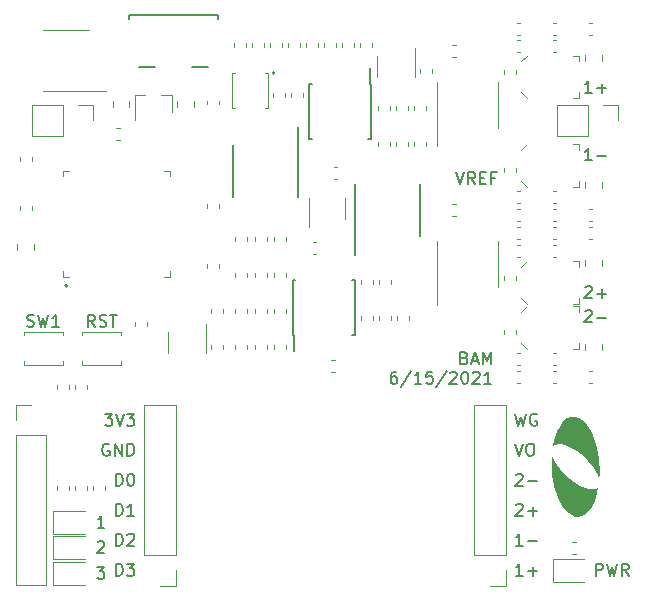
<source format=gbr>
G04 #@! TF.GenerationSoftware,KiCad,Pcbnew,5.1.10-88a1d61d58~88~ubuntu20.04.1*
G04 #@! TF.CreationDate,2021-06-15T20:39:54-04:00*
G04 #@! TF.ProjectId,oscope,6f73636f-7065-42e6-9b69-6361645f7063,rev?*
G04 #@! TF.SameCoordinates,PX3c8eee0PY31a8670*
G04 #@! TF.FileFunction,Legend,Top*
G04 #@! TF.FilePolarity,Positive*
%FSLAX46Y46*%
G04 Gerber Fmt 4.6, Leading zero omitted, Abs format (unit mm)*
G04 Created by KiCad (PCBNEW 5.1.10-88a1d61d58~88~ubuntu20.04.1) date 2021-06-15 20:39:54*
%MOMM*%
%LPD*%
G01*
G04 APERTURE LIST*
%ADD10C,0.152400*%
%ADD11C,0.120000*%
%ADD12C,0.150000*%
%ADD13C,0.100000*%
%ADD14C,0.200000*%
%ADD15R,0.250000X0.850000*%
%ADD16R,2.380000X1.650000*%
%ADD17C,0.609600*%
%ADD18R,0.400000X1.350000*%
%ADD19O,1.160000X2.160000*%
%ADD20O,1.320000X2.520000*%
%ADD21R,1.900000X1.900000*%
%ADD22R,0.900000X1.700000*%
%ADD23R,0.800000X0.900000*%
%ADD24R,0.650000X1.060000*%
%ADD25R,0.450000X1.450000*%
%ADD26R,0.450000X1.500000*%
%ADD27R,0.400000X1.220000*%
%ADD28O,1.700000X1.700000*%
%ADD29R,1.700000X1.700000*%
%ADD30R,1.075000X1.400000*%
%ADD31R,1.524000X1.524000*%
%ADD32C,1.524000*%
%ADD33R,0.300000X0.850000*%
%ADD34R,0.850000X0.300000*%
%ADD35R,5.499999X5.499999*%
G04 APERTURE END LIST*
D10*
X48679583Y-25067380D02*
X48727964Y-25019000D01*
X48824726Y-24970619D01*
X49066631Y-24970619D01*
X49163393Y-25019000D01*
X49211774Y-25067380D01*
X49260155Y-25164142D01*
X49260155Y-25260904D01*
X49211774Y-25406047D01*
X48631202Y-25986619D01*
X49260155Y-25986619D01*
X49695583Y-25599571D02*
X50469679Y-25599571D01*
X48679583Y-23035380D02*
X48727964Y-22987000D01*
X48824726Y-22938619D01*
X49066631Y-22938619D01*
X49163393Y-22987000D01*
X49211774Y-23035380D01*
X49260155Y-23132142D01*
X49260155Y-23228904D01*
X49211774Y-23374047D01*
X48631202Y-23954619D01*
X49260155Y-23954619D01*
X49695583Y-23567571D02*
X50469679Y-23567571D01*
X50082631Y-23954619D02*
X50082631Y-23180523D01*
X49260155Y-12270619D02*
X48679583Y-12270619D01*
X48969869Y-12270619D02*
X48969869Y-11254619D01*
X48873107Y-11399761D01*
X48776345Y-11496523D01*
X48679583Y-11544904D01*
X49695583Y-11883571D02*
X50469679Y-11883571D01*
X49260155Y-6555619D02*
X48679583Y-6555619D01*
X48969869Y-6555619D02*
X48969869Y-5539619D01*
X48873107Y-5684761D01*
X48776345Y-5781523D01*
X48679583Y-5829904D01*
X49695583Y-6168571D02*
X50469679Y-6168571D01*
X50082631Y-6555619D02*
X50082631Y-5781523D01*
X37787821Y-13286619D02*
X38126488Y-14302619D01*
X38465155Y-13286619D01*
X39384393Y-14302619D02*
X39045726Y-13818809D01*
X38803821Y-14302619D02*
X38803821Y-13286619D01*
X39190869Y-13286619D01*
X39287631Y-13335000D01*
X39336012Y-13383380D01*
X39384393Y-13480142D01*
X39384393Y-13625285D01*
X39336012Y-13722047D01*
X39287631Y-13770428D01*
X39190869Y-13818809D01*
X38803821Y-13818809D01*
X39819821Y-13770428D02*
X40158488Y-13770428D01*
X40303631Y-14302619D02*
X39819821Y-14302619D01*
X39819821Y-13286619D01*
X40303631Y-13286619D01*
X41077726Y-13770428D02*
X40739060Y-13770428D01*
X40739060Y-14302619D02*
X40739060Y-13286619D01*
X41222869Y-13286619D01*
X32697178Y-30177619D02*
X32503654Y-30177619D01*
X32406892Y-30226000D01*
X32358511Y-30274380D01*
X32261749Y-30419523D01*
X32213368Y-30613047D01*
X32213368Y-31000095D01*
X32261749Y-31096857D01*
X32310130Y-31145238D01*
X32406892Y-31193619D01*
X32600416Y-31193619D01*
X32697178Y-31145238D01*
X32745559Y-31096857D01*
X32793940Y-31000095D01*
X32793940Y-30758190D01*
X32745559Y-30661428D01*
X32697178Y-30613047D01*
X32600416Y-30564666D01*
X32406892Y-30564666D01*
X32310130Y-30613047D01*
X32261749Y-30661428D01*
X32213368Y-30758190D01*
X33955082Y-30129238D02*
X33084225Y-31435523D01*
X34825940Y-31193619D02*
X34245368Y-31193619D01*
X34535654Y-31193619D02*
X34535654Y-30177619D01*
X34438892Y-30322761D01*
X34342130Y-30419523D01*
X34245368Y-30467904D01*
X35745178Y-30177619D02*
X35261368Y-30177619D01*
X35212987Y-30661428D01*
X35261368Y-30613047D01*
X35358130Y-30564666D01*
X35600035Y-30564666D01*
X35696797Y-30613047D01*
X35745178Y-30661428D01*
X35793559Y-30758190D01*
X35793559Y-31000095D01*
X35745178Y-31096857D01*
X35696797Y-31145238D01*
X35600035Y-31193619D01*
X35358130Y-31193619D01*
X35261368Y-31145238D01*
X35212987Y-31096857D01*
X36954701Y-30129238D02*
X36083844Y-31435523D01*
X37244987Y-30274380D02*
X37293368Y-30226000D01*
X37390130Y-30177619D01*
X37632035Y-30177619D01*
X37728797Y-30226000D01*
X37777178Y-30274380D01*
X37825559Y-30371142D01*
X37825559Y-30467904D01*
X37777178Y-30613047D01*
X37196606Y-31193619D01*
X37825559Y-31193619D01*
X38454511Y-30177619D02*
X38551273Y-30177619D01*
X38648035Y-30226000D01*
X38696416Y-30274380D01*
X38744797Y-30371142D01*
X38793178Y-30564666D01*
X38793178Y-30806571D01*
X38744797Y-31000095D01*
X38696416Y-31096857D01*
X38648035Y-31145238D01*
X38551273Y-31193619D01*
X38454511Y-31193619D01*
X38357749Y-31145238D01*
X38309368Y-31096857D01*
X38260987Y-31000095D01*
X38212606Y-30806571D01*
X38212606Y-30564666D01*
X38260987Y-30371142D01*
X38309368Y-30274380D01*
X38357749Y-30226000D01*
X38454511Y-30177619D01*
X39180225Y-30274380D02*
X39228606Y-30226000D01*
X39325368Y-30177619D01*
X39567273Y-30177619D01*
X39664035Y-30226000D01*
X39712416Y-30274380D01*
X39760797Y-30371142D01*
X39760797Y-30467904D01*
X39712416Y-30613047D01*
X39131844Y-31193619D01*
X39760797Y-31193619D01*
X40728416Y-31193619D02*
X40147844Y-31193619D01*
X40438130Y-31193619D02*
X40438130Y-30177619D01*
X40341368Y-30322761D01*
X40244606Y-30419523D01*
X40147844Y-30467904D01*
X38454511Y-29010428D02*
X38599654Y-29058809D01*
X38648035Y-29107190D01*
X38696416Y-29203952D01*
X38696416Y-29349095D01*
X38648035Y-29445857D01*
X38599654Y-29494238D01*
X38502892Y-29542619D01*
X38115844Y-29542619D01*
X38115844Y-28526619D01*
X38454511Y-28526619D01*
X38551273Y-28575000D01*
X38599654Y-28623380D01*
X38648035Y-28720142D01*
X38648035Y-28816904D01*
X38599654Y-28913666D01*
X38551273Y-28962047D01*
X38454511Y-29010428D01*
X38115844Y-29010428D01*
X39083463Y-29252333D02*
X39567273Y-29252333D01*
X38986701Y-29542619D02*
X39325368Y-28526619D01*
X39664035Y-29542619D01*
X40002701Y-29542619D02*
X40002701Y-28526619D01*
X40341368Y-29252333D01*
X40680035Y-28526619D01*
X40680035Y-29542619D01*
X7356202Y-46687619D02*
X7985155Y-46687619D01*
X7646488Y-47074666D01*
X7791631Y-47074666D01*
X7888393Y-47123047D01*
X7936774Y-47171428D01*
X7985155Y-47268190D01*
X7985155Y-47510095D01*
X7936774Y-47606857D01*
X7888393Y-47655238D01*
X7791631Y-47703619D01*
X7501345Y-47703619D01*
X7404583Y-47655238D01*
X7356202Y-47606857D01*
X7404583Y-44625380D02*
X7452964Y-44577000D01*
X7549726Y-44528619D01*
X7791631Y-44528619D01*
X7888393Y-44577000D01*
X7936774Y-44625380D01*
X7985155Y-44722142D01*
X7985155Y-44818904D01*
X7936774Y-44964047D01*
X7356202Y-45544619D01*
X7985155Y-45544619D01*
X7985155Y-43385619D02*
X7404583Y-43385619D01*
X7694869Y-43385619D02*
X7694869Y-42369619D01*
X7598107Y-42514761D01*
X7501345Y-42611523D01*
X7404583Y-42659904D01*
X49616964Y-47449619D02*
X49616964Y-46433619D01*
X50004012Y-46433619D01*
X50100774Y-46482000D01*
X50149155Y-46530380D01*
X50197536Y-46627142D01*
X50197536Y-46772285D01*
X50149155Y-46869047D01*
X50100774Y-46917428D01*
X50004012Y-46965809D01*
X49616964Y-46965809D01*
X50536202Y-46433619D02*
X50778107Y-47449619D01*
X50971631Y-46723904D01*
X51165155Y-47449619D01*
X51407060Y-46433619D01*
X52374679Y-47449619D02*
X52036012Y-46965809D01*
X51794107Y-47449619D02*
X51794107Y-46433619D01*
X52181155Y-46433619D01*
X52277917Y-46482000D01*
X52326298Y-46530380D01*
X52374679Y-46627142D01*
X52374679Y-46772285D01*
X52326298Y-46869047D01*
X52277917Y-46917428D01*
X52181155Y-46965809D01*
X51794107Y-46965809D01*
X7190619Y-26367619D02*
X6851952Y-25883809D01*
X6610047Y-26367619D02*
X6610047Y-25351619D01*
X6997095Y-25351619D01*
X7093857Y-25400000D01*
X7142238Y-25448380D01*
X7190619Y-25545142D01*
X7190619Y-25690285D01*
X7142238Y-25787047D01*
X7093857Y-25835428D01*
X6997095Y-25883809D01*
X6610047Y-25883809D01*
X7577666Y-26319238D02*
X7722809Y-26367619D01*
X7964714Y-26367619D01*
X8061476Y-26319238D01*
X8109857Y-26270857D01*
X8158238Y-26174095D01*
X8158238Y-26077333D01*
X8109857Y-25980571D01*
X8061476Y-25932190D01*
X7964714Y-25883809D01*
X7771190Y-25835428D01*
X7674428Y-25787047D01*
X7626047Y-25738666D01*
X7577666Y-25641904D01*
X7577666Y-25545142D01*
X7626047Y-25448380D01*
X7674428Y-25400000D01*
X7771190Y-25351619D01*
X8013095Y-25351619D01*
X8158238Y-25400000D01*
X8448523Y-25351619D02*
X9029095Y-25351619D01*
X8738809Y-26367619D02*
X8738809Y-25351619D01*
X1439333Y-26319238D02*
X1584476Y-26367619D01*
X1826380Y-26367619D01*
X1923142Y-26319238D01*
X1971523Y-26270857D01*
X2019904Y-26174095D01*
X2019904Y-26077333D01*
X1971523Y-25980571D01*
X1923142Y-25932190D01*
X1826380Y-25883809D01*
X1632857Y-25835428D01*
X1536095Y-25787047D01*
X1487714Y-25738666D01*
X1439333Y-25641904D01*
X1439333Y-25545142D01*
X1487714Y-25448380D01*
X1536095Y-25400000D01*
X1632857Y-25351619D01*
X1874761Y-25351619D01*
X2019904Y-25400000D01*
X2358571Y-25351619D02*
X2600476Y-26367619D01*
X2794000Y-25641904D01*
X2987523Y-26367619D01*
X3229428Y-25351619D01*
X4148666Y-26367619D02*
X3568095Y-26367619D01*
X3858380Y-26367619D02*
X3858380Y-25351619D01*
X3761619Y-25496761D01*
X3664857Y-25593523D01*
X3568095Y-25641904D01*
X8954225Y-39829619D02*
X8954225Y-38813619D01*
X9196130Y-38813619D01*
X9341273Y-38862000D01*
X9438035Y-38958761D01*
X9486416Y-39055523D01*
X9534797Y-39249047D01*
X9534797Y-39394190D01*
X9486416Y-39587714D01*
X9438035Y-39684476D01*
X9341273Y-39781238D01*
X9196130Y-39829619D01*
X8954225Y-39829619D01*
X10163749Y-38813619D02*
X10260511Y-38813619D01*
X10357273Y-38862000D01*
X10405654Y-38910380D01*
X10454035Y-39007142D01*
X10502416Y-39200666D01*
X10502416Y-39442571D01*
X10454035Y-39636095D01*
X10405654Y-39732857D01*
X10357273Y-39781238D01*
X10260511Y-39829619D01*
X10163749Y-39829619D01*
X10066987Y-39781238D01*
X10018606Y-39732857D01*
X9970225Y-39636095D01*
X9921844Y-39442571D01*
X9921844Y-39200666D01*
X9970225Y-39007142D01*
X10018606Y-38910380D01*
X10066987Y-38862000D01*
X10163749Y-38813619D01*
X8954225Y-42369619D02*
X8954225Y-41353619D01*
X9196130Y-41353619D01*
X9341273Y-41402000D01*
X9438035Y-41498761D01*
X9486416Y-41595523D01*
X9534797Y-41789047D01*
X9534797Y-41934190D01*
X9486416Y-42127714D01*
X9438035Y-42224476D01*
X9341273Y-42321238D01*
X9196130Y-42369619D01*
X8954225Y-42369619D01*
X10502416Y-42369619D02*
X9921844Y-42369619D01*
X10212130Y-42369619D02*
X10212130Y-41353619D01*
X10115368Y-41498761D01*
X10018606Y-41595523D01*
X9921844Y-41643904D01*
X8954225Y-44909619D02*
X8954225Y-43893619D01*
X9196130Y-43893619D01*
X9341273Y-43942000D01*
X9438035Y-44038761D01*
X9486416Y-44135523D01*
X9534797Y-44329047D01*
X9534797Y-44474190D01*
X9486416Y-44667714D01*
X9438035Y-44764476D01*
X9341273Y-44861238D01*
X9196130Y-44909619D01*
X8954225Y-44909619D01*
X9921844Y-43990380D02*
X9970225Y-43942000D01*
X10066987Y-43893619D01*
X10308892Y-43893619D01*
X10405654Y-43942000D01*
X10454035Y-43990380D01*
X10502416Y-44087142D01*
X10502416Y-44183904D01*
X10454035Y-44329047D01*
X9873463Y-44909619D01*
X10502416Y-44909619D01*
X8954225Y-47449619D02*
X8954225Y-46433619D01*
X9196130Y-46433619D01*
X9341273Y-46482000D01*
X9438035Y-46578761D01*
X9486416Y-46675523D01*
X9534797Y-46869047D01*
X9534797Y-47014190D01*
X9486416Y-47207714D01*
X9438035Y-47304476D01*
X9341273Y-47401238D01*
X9196130Y-47449619D01*
X8954225Y-47449619D01*
X9873463Y-46433619D02*
X10502416Y-46433619D01*
X10163749Y-46820666D01*
X10308892Y-46820666D01*
X10405654Y-46869047D01*
X10454035Y-46917428D01*
X10502416Y-47014190D01*
X10502416Y-47256095D01*
X10454035Y-47352857D01*
X10405654Y-47401238D01*
X10308892Y-47449619D01*
X10018606Y-47449619D01*
X9921844Y-47401238D01*
X9873463Y-47352857D01*
X8373654Y-36322000D02*
X8276892Y-36273619D01*
X8131749Y-36273619D01*
X7986606Y-36322000D01*
X7889844Y-36418761D01*
X7841463Y-36515523D01*
X7793082Y-36709047D01*
X7793082Y-36854190D01*
X7841463Y-37047714D01*
X7889844Y-37144476D01*
X7986606Y-37241238D01*
X8131749Y-37289619D01*
X8228511Y-37289619D01*
X8373654Y-37241238D01*
X8422035Y-37192857D01*
X8422035Y-36854190D01*
X8228511Y-36854190D01*
X8857463Y-37289619D02*
X8857463Y-36273619D01*
X9438035Y-37289619D01*
X9438035Y-36273619D01*
X9921844Y-37289619D02*
X9921844Y-36273619D01*
X10163749Y-36273619D01*
X10308892Y-36322000D01*
X10405654Y-36418761D01*
X10454035Y-36515523D01*
X10502416Y-36709047D01*
X10502416Y-36854190D01*
X10454035Y-37047714D01*
X10405654Y-37144476D01*
X10308892Y-37241238D01*
X10163749Y-37289619D01*
X9921844Y-37289619D01*
X8034987Y-33733619D02*
X8663940Y-33733619D01*
X8325273Y-34120666D01*
X8470416Y-34120666D01*
X8567178Y-34169047D01*
X8615559Y-34217428D01*
X8663940Y-34314190D01*
X8663940Y-34556095D01*
X8615559Y-34652857D01*
X8567178Y-34701238D01*
X8470416Y-34749619D01*
X8180130Y-34749619D01*
X8083368Y-34701238D01*
X8034987Y-34652857D01*
X8954225Y-33733619D02*
X9292892Y-34749619D01*
X9631559Y-33733619D01*
X9873463Y-33733619D02*
X10502416Y-33733619D01*
X10163749Y-34120666D01*
X10308892Y-34120666D01*
X10405654Y-34169047D01*
X10454035Y-34217428D01*
X10502416Y-34314190D01*
X10502416Y-34556095D01*
X10454035Y-34652857D01*
X10405654Y-34701238D01*
X10308892Y-34749619D01*
X10018606Y-34749619D01*
X9921844Y-34701238D01*
X9873463Y-34652857D01*
X43418155Y-47449619D02*
X42837583Y-47449619D01*
X43127869Y-47449619D02*
X43127869Y-46433619D01*
X43031107Y-46578761D01*
X42934345Y-46675523D01*
X42837583Y-46723904D01*
X43853583Y-47062571D02*
X44627679Y-47062571D01*
X44240631Y-47449619D02*
X44240631Y-46675523D01*
X43418155Y-44909619D02*
X42837583Y-44909619D01*
X43127869Y-44909619D02*
X43127869Y-43893619D01*
X43031107Y-44038761D01*
X42934345Y-44135523D01*
X42837583Y-44183904D01*
X43853583Y-44522571D02*
X44627679Y-44522571D01*
X42837583Y-41450380D02*
X42885964Y-41402000D01*
X42982726Y-41353619D01*
X43224631Y-41353619D01*
X43321393Y-41402000D01*
X43369774Y-41450380D01*
X43418155Y-41547142D01*
X43418155Y-41643904D01*
X43369774Y-41789047D01*
X42789202Y-42369619D01*
X43418155Y-42369619D01*
X43853583Y-41982571D02*
X44627679Y-41982571D01*
X44240631Y-42369619D02*
X44240631Y-41595523D01*
X42837583Y-38910380D02*
X42885964Y-38862000D01*
X42982726Y-38813619D01*
X43224631Y-38813619D01*
X43321393Y-38862000D01*
X43369774Y-38910380D01*
X43418155Y-39007142D01*
X43418155Y-39103904D01*
X43369774Y-39249047D01*
X42789202Y-39829619D01*
X43418155Y-39829619D01*
X43853583Y-39442571D02*
X44627679Y-39442571D01*
X42740821Y-36273619D02*
X43079488Y-37289619D01*
X43418155Y-36273619D01*
X43950345Y-36273619D02*
X44143869Y-36273619D01*
X44240631Y-36322000D01*
X44337393Y-36418761D01*
X44385774Y-36612285D01*
X44385774Y-36950952D01*
X44337393Y-37144476D01*
X44240631Y-37241238D01*
X44143869Y-37289619D01*
X43950345Y-37289619D01*
X43853583Y-37241238D01*
X43756821Y-37144476D01*
X43708440Y-36950952D01*
X43708440Y-36612285D01*
X43756821Y-36418761D01*
X43853583Y-36322000D01*
X43950345Y-36273619D01*
X42789202Y-33733619D02*
X43031107Y-34749619D01*
X43224631Y-34023904D01*
X43418155Y-34749619D01*
X43660060Y-33733619D01*
X44579298Y-33782000D02*
X44482536Y-33733619D01*
X44337393Y-33733619D01*
X44192250Y-33782000D01*
X44095488Y-33878761D01*
X44047107Y-33975523D01*
X43998726Y-34169047D01*
X43998726Y-34314190D01*
X44047107Y-34507714D01*
X44095488Y-34604476D01*
X44192250Y-34701238D01*
X44337393Y-34749619D01*
X44434155Y-34749619D01*
X44579298Y-34701238D01*
X44627679Y-34652857D01*
X44627679Y-34314190D01*
X44434155Y-34314190D01*
D11*
X17655000Y-15966221D02*
X17655000Y-16291779D01*
X16635000Y-15966221D02*
X16635000Y-16291779D01*
X21820000Y-4850000D02*
X21820000Y-7850000D01*
X18820000Y-4850000D02*
X18820000Y-7850000D01*
D12*
X22395000Y-4900000D02*
G75*
G03*
X22395000Y-4900000I-75000J0D01*
G01*
D11*
X21820000Y-4850000D02*
X21620000Y-4850000D01*
X21820000Y-7850000D02*
X21620000Y-7850000D01*
X19020000Y-7850000D02*
X18820000Y-7850000D01*
X19020000Y-4850000D02*
X18820000Y-4850000D01*
D13*
G36*
X45868559Y-37229279D02*
G01*
X45848681Y-37666861D01*
X45851113Y-38104346D01*
X45875043Y-38538534D01*
X45919657Y-38966228D01*
X45984141Y-39384230D01*
X46067681Y-39789342D01*
X46169463Y-40178366D01*
X46288675Y-40548103D01*
X46424501Y-40895356D01*
X46576128Y-41216927D01*
X46742744Y-41509617D01*
X46923533Y-41770229D01*
X47117682Y-41995565D01*
X47324377Y-42182426D01*
X47586084Y-42349784D01*
X47846790Y-42444357D01*
X48103782Y-42468768D01*
X48354347Y-42425639D01*
X48595774Y-42317590D01*
X48825351Y-42147245D01*
X49040365Y-41917226D01*
X49238103Y-41630154D01*
X49415854Y-41288652D01*
X49570905Y-40895340D01*
X49700543Y-40452843D01*
X49802058Y-39963781D01*
X49609151Y-40096969D01*
X49345040Y-40149493D01*
X49020208Y-40121575D01*
X48645140Y-40013437D01*
X48230317Y-39825299D01*
X47786224Y-39557382D01*
X47438712Y-39302485D01*
X47112742Y-39024423D01*
X46812943Y-38729621D01*
X46543946Y-38424499D01*
X46310379Y-38115482D01*
X46116873Y-37808991D01*
X45968056Y-37511449D01*
X45868559Y-37229279D01*
G37*
G36*
X45955942Y-36490275D02*
G01*
X46148873Y-36357048D01*
X46412999Y-36304513D01*
X46737840Y-36332438D01*
X47112914Y-36440594D01*
X47527738Y-36628749D01*
X47971831Y-36896673D01*
X48319325Y-37151566D01*
X48645282Y-37429615D01*
X48945073Y-37724402D01*
X49214068Y-38029507D01*
X49447637Y-38338511D01*
X49641151Y-38644994D01*
X49789981Y-38942537D01*
X49889496Y-39224721D01*
X49909364Y-38787127D01*
X49906922Y-38349631D01*
X49882984Y-37915432D01*
X49838364Y-37487727D01*
X49773876Y-37069716D01*
X49690334Y-36664596D01*
X49588550Y-36275565D01*
X49469340Y-35905823D01*
X49333516Y-35558567D01*
X49181893Y-35236995D01*
X49015284Y-34944306D01*
X48834502Y-34683698D01*
X48640363Y-34458369D01*
X48433678Y-34271518D01*
X48171971Y-34104171D01*
X47911265Y-34009603D01*
X47654273Y-33985194D01*
X47403706Y-34028323D01*
X47162277Y-34136369D01*
X46932697Y-34306713D01*
X46717680Y-34536734D01*
X46519936Y-34823811D01*
X46342178Y-35165324D01*
X46187119Y-35558653D01*
X46057469Y-36001177D01*
X45955942Y-36490275D01*
G37*
D11*
X610800Y-19867378D02*
X610800Y-19350222D01*
X2030800Y-19867378D02*
X2030800Y-19350222D01*
X1830800Y-16144021D02*
X1830800Y-16469579D01*
X810800Y-16144021D02*
X810800Y-16469579D01*
X10539000Y-26324779D02*
X10539000Y-25999221D01*
X11559000Y-26324779D02*
X11559000Y-25999221D01*
X17655000Y-21371779D02*
X17655000Y-21046221D01*
X16635000Y-21371779D02*
X16635000Y-21046221D01*
X8981221Y-10543000D02*
X9306779Y-10543000D01*
X8981221Y-9523000D02*
X9306779Y-9523000D01*
X10108000Y-7234422D02*
X10108000Y-7751578D01*
X8688000Y-7234422D02*
X8688000Y-7751578D01*
X15543600Y-7751578D02*
X15543600Y-7234422D01*
X14123600Y-7751578D02*
X14123600Y-7234422D01*
X18036000Y-28229779D02*
X18036000Y-27904221D01*
X17016000Y-28229779D02*
X17016000Y-27904221D01*
X17016000Y-25181779D02*
X17016000Y-24856221D01*
X18036000Y-25181779D02*
X18036000Y-24856221D01*
X49311779Y-658400D02*
X48986221Y-658400D01*
X49311779Y-1678400D02*
X48986221Y-1678400D01*
X49311779Y-17401000D02*
X48986221Y-17401000D01*
X49311779Y-16381000D02*
X48986221Y-16381000D01*
X49311779Y-17905000D02*
X48986221Y-17905000D01*
X49311779Y-18925000D02*
X48986221Y-18925000D01*
X49311779Y-30097000D02*
X48986221Y-30097000D01*
X49311779Y-31117000D02*
X48986221Y-31117000D01*
X46263779Y-1678400D02*
X45938221Y-1678400D01*
X46263779Y-658400D02*
X45938221Y-658400D01*
X46263779Y-16381000D02*
X45938221Y-16381000D01*
X46263779Y-17401000D02*
X45938221Y-17401000D01*
X46263779Y-18925000D02*
X45938221Y-18925000D01*
X46263779Y-17905000D02*
X45938221Y-17905000D01*
X46263779Y-31117000D02*
X45938221Y-31117000D01*
X46263779Y-30097000D02*
X45938221Y-30097000D01*
X43215779Y-658400D02*
X42890221Y-658400D01*
X43215779Y-1678400D02*
X42890221Y-1678400D01*
X43215779Y-17401000D02*
X42890221Y-17401000D01*
X43215779Y-16381000D02*
X42890221Y-16381000D01*
X43215779Y-17905000D02*
X42890221Y-17905000D01*
X43215779Y-18925000D02*
X42890221Y-18925000D01*
X43215779Y-31117000D02*
X42890221Y-31117000D01*
X43215779Y-30097000D02*
X42890221Y-30097000D01*
X34669000Y-4536221D02*
X34669000Y-4861779D01*
X35689000Y-4536221D02*
X35689000Y-4861779D01*
X37754779Y-2538000D02*
X37429221Y-2538000D01*
X37754779Y-3558000D02*
X37429221Y-3558000D01*
X37754779Y-16000000D02*
X37429221Y-16000000D01*
X37754779Y-17020000D02*
X37429221Y-17020000D01*
X27561000Y-2377221D02*
X27561000Y-2702779D01*
X26541000Y-2377221D02*
X26541000Y-2702779D01*
X27396221Y-13845000D02*
X27721779Y-13845000D01*
X27396221Y-12825000D02*
X27721779Y-12825000D01*
X19941000Y-2702779D02*
X19941000Y-2377221D01*
X18921000Y-2702779D02*
X18921000Y-2377221D01*
X21969000Y-2377221D02*
X21969000Y-2702779D01*
X22989000Y-2377221D02*
X22989000Y-2702779D01*
X21465000Y-2377221D02*
X21465000Y-2702779D01*
X20445000Y-2377221D02*
X20445000Y-2702779D01*
X22350000Y-19085779D02*
X22350000Y-18760221D01*
X23370000Y-19085779D02*
X23370000Y-18760221D01*
X3649000Y-43886000D02*
X6334000Y-43886000D01*
X3649000Y-41966000D02*
X3649000Y-43886000D01*
X6334000Y-41966000D02*
X3649000Y-41966000D01*
X3649000Y-46045000D02*
X6334000Y-46045000D01*
X3649000Y-44125000D02*
X3649000Y-46045000D01*
X6334000Y-44125000D02*
X3649000Y-44125000D01*
X6334000Y-46284000D02*
X3649000Y-46284000D01*
X3649000Y-46284000D02*
X3649000Y-48204000D01*
X3649000Y-48204000D02*
X6334000Y-48204000D01*
X48625000Y-46030000D02*
X45940000Y-46030000D01*
X45940000Y-46030000D02*
X45940000Y-47950000D01*
X45940000Y-47950000D02*
X48625000Y-47950000D01*
D12*
X12243000Y-4360500D02*
X10943000Y-4360500D01*
X16743000Y-4360500D02*
X15443000Y-4360500D01*
X10093000Y-10500D02*
X10093000Y-310500D01*
X10093000Y-10500D02*
X17593000Y-10500D01*
X17593000Y-10500D02*
X17593000Y-310500D01*
D11*
X6479000Y-31658779D02*
X6479000Y-31333221D01*
X5459000Y-31658779D02*
X5459000Y-31333221D01*
X3935000Y-31658779D02*
X3935000Y-31333221D01*
X4955000Y-31658779D02*
X4955000Y-31333221D01*
X16635000Y-7228621D02*
X16635000Y-7554179D01*
X17655000Y-7228621D02*
X17655000Y-7554179D01*
X3935000Y-39842221D02*
X3935000Y-40167779D01*
X4955000Y-39842221D02*
X4955000Y-40167779D01*
X6479000Y-39842221D02*
X6479000Y-40167779D01*
X5459000Y-39842221D02*
X5459000Y-40167779D01*
X6983000Y-39842221D02*
X6983000Y-40167779D01*
X8003000Y-39842221D02*
X8003000Y-40167779D01*
X47589221Y-44575000D02*
X47914779Y-44575000D01*
X47589221Y-45595000D02*
X47914779Y-45595000D01*
X50113000Y-3373622D02*
X50113000Y-3890778D01*
X48693000Y-3373622D02*
X48693000Y-3890778D01*
X50113000Y-14609578D02*
X50113000Y-14092422D01*
X48693000Y-14609578D02*
X48693000Y-14092422D01*
X48693000Y-20696422D02*
X48693000Y-21213578D01*
X50113000Y-20696422D02*
X50113000Y-21213578D01*
X48693000Y-28325578D02*
X48693000Y-27808422D01*
X50113000Y-28325578D02*
X50113000Y-27808422D01*
X45938221Y-3126200D02*
X46263779Y-3126200D01*
X45938221Y-2106200D02*
X46263779Y-2106200D01*
X45938221Y-14857000D02*
X46263779Y-14857000D01*
X45938221Y-15877000D02*
X46263779Y-15877000D01*
X45938221Y-20449000D02*
X46263779Y-20449000D01*
X45938221Y-19429000D02*
X46263779Y-19429000D01*
X45938221Y-29593000D02*
X46263779Y-29593000D01*
X45938221Y-28573000D02*
X46263779Y-28573000D01*
X29589000Y-2702779D02*
X29589000Y-2377221D01*
X30609000Y-2702779D02*
X30609000Y-2377221D01*
X42890221Y-2106200D02*
X43215779Y-2106200D01*
X42890221Y-3126200D02*
X43215779Y-3126200D01*
X42890221Y-14857000D02*
X43215779Y-14857000D01*
X42890221Y-15877000D02*
X43215779Y-15877000D01*
X42890221Y-19429000D02*
X43215779Y-19429000D01*
X42890221Y-20449000D02*
X43215779Y-20449000D01*
X42890221Y-28573000D02*
X43215779Y-28573000D01*
X42890221Y-29593000D02*
X43215779Y-29593000D01*
X29085000Y-2377221D02*
X29085000Y-2702779D01*
X28065000Y-2377221D02*
X28065000Y-2702779D01*
X41781000Y-4663221D02*
X41781000Y-4988779D01*
X42801000Y-4663221D02*
X42801000Y-4988779D01*
X42801000Y-13243779D02*
X42801000Y-12918221D01*
X41781000Y-13243779D02*
X41781000Y-12918221D01*
X42801000Y-22062221D02*
X42801000Y-22387779D01*
X41781000Y-22062221D02*
X41781000Y-22387779D01*
X42801000Y-26959779D02*
X42801000Y-26634221D01*
X41781000Y-26959779D02*
X41781000Y-26634221D01*
X32637000Y-7711221D02*
X32637000Y-8036779D01*
X33657000Y-7711221D02*
X33657000Y-8036779D01*
X35181000Y-7711221D02*
X35181000Y-8036779D01*
X34161000Y-7711221D02*
X34161000Y-8036779D01*
X33657000Y-11084779D02*
X33657000Y-10759221D01*
X32637000Y-11084779D02*
X32637000Y-10759221D01*
X34161000Y-11084779D02*
X34161000Y-10759221D01*
X35181000Y-11084779D02*
X35181000Y-10759221D01*
X31113000Y-7711221D02*
X31113000Y-8036779D01*
X32133000Y-7711221D02*
X32133000Y-8036779D01*
X31113000Y-11084779D02*
X31113000Y-10759221D01*
X32133000Y-11084779D02*
X32133000Y-10759221D01*
X21719000Y-25181779D02*
X21719000Y-24856221D01*
X20699000Y-25181779D02*
X20699000Y-24856221D01*
X21719000Y-22133779D02*
X21719000Y-21808221D01*
X20699000Y-22133779D02*
X20699000Y-21808221D01*
X20699000Y-18760221D02*
X20699000Y-19085779D01*
X21719000Y-18760221D02*
X21719000Y-19085779D01*
X19048000Y-25181779D02*
X19048000Y-24856221D01*
X20068000Y-25181779D02*
X20068000Y-24856221D01*
X19048000Y-22133779D02*
X19048000Y-21808221D01*
X20068000Y-22133779D02*
X20068000Y-21808221D01*
X20068000Y-19085779D02*
X20068000Y-18760221D01*
X19048000Y-19085779D02*
X19048000Y-18760221D01*
X26037000Y-2702779D02*
X26037000Y-2377221D01*
X25017000Y-2702779D02*
X25017000Y-2377221D01*
X23493000Y-2702779D02*
X23493000Y-2377221D01*
X24513000Y-2702779D02*
X24513000Y-2377221D01*
X23747000Y-6893779D02*
X23747000Y-6568221D01*
X24767000Y-6893779D02*
X24767000Y-6568221D01*
X22223000Y-6893779D02*
X22223000Y-6568221D01*
X23243000Y-6893779D02*
X23243000Y-6568221D01*
X20068000Y-28229779D02*
X20068000Y-27904221D01*
X19048000Y-28229779D02*
X19048000Y-27904221D01*
X20699000Y-27904221D02*
X20699000Y-28229779D01*
X21719000Y-27904221D02*
X21719000Y-28229779D01*
X23370000Y-22133779D02*
X23370000Y-21808221D01*
X22350000Y-22133779D02*
X22350000Y-21808221D01*
X29716000Y-22768779D02*
X29716000Y-22443221D01*
X30736000Y-22768779D02*
X30736000Y-22443221D01*
X23370000Y-27904221D02*
X23370000Y-28229779D01*
X22350000Y-27904221D02*
X22350000Y-28229779D01*
X22350000Y-25181779D02*
X22350000Y-24856221D01*
X23370000Y-25181779D02*
X23370000Y-24856221D01*
X31240000Y-22443221D02*
X31240000Y-22768779D01*
X32260000Y-22443221D02*
X32260000Y-22768779D01*
X32260000Y-25816779D02*
X32260000Y-25491221D01*
X31240000Y-25816779D02*
X31240000Y-25491221D01*
X33784000Y-25491221D02*
X33784000Y-25816779D01*
X32764000Y-25491221D02*
X32764000Y-25816779D01*
X29716000Y-25816779D02*
X29716000Y-25491221D01*
X30736000Y-25816779D02*
X30736000Y-25491221D01*
X9397000Y-26794000D02*
X9397000Y-27094000D01*
X6097000Y-26794000D02*
X9397000Y-26794000D01*
X6097000Y-27094000D02*
X6097000Y-26794000D01*
X9397000Y-29594000D02*
X9397000Y-29294000D01*
X6097000Y-29594000D02*
X9397000Y-29594000D01*
X6097000Y-29294000D02*
X6097000Y-29594000D01*
X4444000Y-27094000D02*
X4444000Y-26794000D01*
X4444000Y-26794000D02*
X1144000Y-26794000D01*
X1144000Y-26794000D02*
X1144000Y-27094000D01*
X4444000Y-29294000D02*
X4444000Y-29594000D01*
X4444000Y-29594000D02*
X1144000Y-29594000D01*
X1144000Y-29594000D02*
X1144000Y-29294000D01*
X13695800Y-6733000D02*
X12765800Y-6733000D01*
X10535800Y-6733000D02*
X11465800Y-6733000D01*
X10535800Y-6733000D02*
X10535800Y-8893000D01*
X13695800Y-6733000D02*
X13695800Y-8193000D01*
X16596000Y-28586000D02*
X16596000Y-26136000D01*
X13376000Y-26786000D02*
X13376000Y-28586000D01*
X31029000Y-3418000D02*
X31029000Y-5218000D01*
X34249000Y-5218000D02*
X34249000Y-2768000D01*
D12*
X30565000Y-5803000D02*
X30440000Y-5803000D01*
X30565000Y-10453000D02*
X30340000Y-10453000D01*
X25315000Y-10453000D02*
X25540000Y-10453000D01*
X25315000Y-5803000D02*
X25540000Y-5803000D01*
X30565000Y-5803000D02*
X30565000Y-10453000D01*
X25315000Y-5803000D02*
X25315000Y-10453000D01*
X30440000Y-5803000D02*
X30440000Y-4453000D01*
X29204000Y-20285000D02*
X29204000Y-14310000D01*
X34729000Y-18710000D02*
X34729000Y-14310000D01*
X18865000Y-11008000D02*
X18865000Y-15408000D01*
X24390000Y-9433000D02*
X24390000Y-15408000D01*
D11*
X28357000Y-17263000D02*
X28357000Y-15503000D01*
X25287000Y-15503000D02*
X25287000Y-17933000D01*
D12*
X24043000Y-27090000D02*
X24043000Y-28440000D01*
X29168000Y-27090000D02*
X29168000Y-22440000D01*
X23918000Y-27090000D02*
X23918000Y-22440000D01*
X29168000Y-27090000D02*
X28943000Y-27090000D01*
X29168000Y-22440000D02*
X28943000Y-22440000D01*
X23918000Y-22440000D02*
X24143000Y-22440000D01*
X23918000Y-27090000D02*
X24043000Y-27090000D01*
D11*
X25943779Y-20195000D02*
X25618221Y-20195000D01*
X25943779Y-19175000D02*
X25618221Y-19175000D01*
X41970000Y-48320000D02*
X40640000Y-48320000D01*
X41970000Y-46990000D02*
X41970000Y-48320000D01*
X41970000Y-45720000D02*
X39310000Y-45720000D01*
X39310000Y-45720000D02*
X39310000Y-32960000D01*
X41970000Y-45720000D02*
X41970000Y-32960000D01*
X41970000Y-32960000D02*
X39310000Y-32960000D01*
X14030000Y-32960000D02*
X11370000Y-32960000D01*
X14030000Y-45720000D02*
X14030000Y-32960000D01*
X11370000Y-45720000D02*
X11370000Y-32960000D01*
X14030000Y-45720000D02*
X11370000Y-45720000D01*
X14030000Y-46990000D02*
X14030000Y-48320000D01*
X14030000Y-48320000D02*
X12700000Y-48320000D01*
X1845000Y-7560000D02*
X1845000Y-10220000D01*
X4445000Y-7560000D02*
X1845000Y-7560000D01*
X4445000Y-10220000D02*
X1845000Y-10220000D01*
X4445000Y-7560000D02*
X4445000Y-10220000D01*
X5715000Y-7560000D02*
X7045000Y-7560000D01*
X7045000Y-7560000D02*
X7045000Y-8890000D01*
X51495000Y-7560000D02*
X51495000Y-8890000D01*
X50165000Y-7560000D02*
X51495000Y-7560000D01*
X48895000Y-7560000D02*
X48895000Y-10220000D01*
X48895000Y-10220000D02*
X46295000Y-10220000D01*
X48895000Y-7560000D02*
X46295000Y-7560000D01*
X46295000Y-7560000D02*
X46295000Y-10220000D01*
X1830800Y-12029221D02*
X1830800Y-12354779D01*
X810800Y-12029221D02*
X810800Y-12354779D01*
X4699000Y-1250000D02*
X2749000Y-1250000D01*
X4699000Y-1250000D02*
X6649000Y-1250000D01*
X4699000Y-6370000D02*
X2749000Y-6370000D01*
X4699000Y-6370000D02*
X8149000Y-6370000D01*
X27167621Y-29208000D02*
X27493179Y-29208000D01*
X27167621Y-30228000D02*
X27493179Y-30228000D01*
X36175000Y-7620000D02*
X36175000Y-11070000D01*
X36175000Y-7620000D02*
X36175000Y-5670000D01*
X41295000Y-7620000D02*
X41295000Y-9570000D01*
X41295000Y-7620000D02*
X41295000Y-5670000D01*
X41295000Y-21082000D02*
X41295000Y-19132000D01*
X41295000Y-21082000D02*
X41295000Y-23032000D01*
X36175000Y-21082000D02*
X36175000Y-19132000D01*
X36175000Y-21082000D02*
X36175000Y-24532000D01*
X48170000Y-7007000D02*
X48170000Y-6507000D01*
X48170000Y-7007000D02*
X47670000Y-7007000D01*
X48170000Y-3407000D02*
X48170000Y-3907000D01*
X48170000Y-3407000D02*
X47670000Y-3407000D01*
X43270000Y-6507000D02*
X43770000Y-7007000D01*
X43270000Y-3907000D02*
X43770000Y-3407000D01*
X48170000Y-14500000D02*
X48170000Y-14000000D01*
X48170000Y-14500000D02*
X47670000Y-14500000D01*
X48170000Y-10900000D02*
X48170000Y-11400000D01*
X48170000Y-10900000D02*
X47670000Y-10900000D01*
X43270000Y-14000000D02*
X43770000Y-14500000D01*
X43270000Y-11400000D02*
X43770000Y-10900000D01*
X43270000Y-21306000D02*
X43770000Y-20806000D01*
X43270000Y-23906000D02*
X43770000Y-24406000D01*
X48170000Y-20806000D02*
X47670000Y-20806000D01*
X48170000Y-20806000D02*
X48170000Y-21306000D01*
X48170000Y-24406000D02*
X47670000Y-24406000D01*
X48170000Y-24406000D02*
X48170000Y-23906000D01*
X43270000Y-25116000D02*
X43770000Y-24616000D01*
X43270000Y-27716000D02*
X43770000Y-28216000D01*
X48170000Y-24616000D02*
X47670000Y-24616000D01*
X48170000Y-24616000D02*
X48170000Y-25116000D01*
X48170000Y-28216000D02*
X47670000Y-28216000D01*
X48170000Y-28216000D02*
X48170000Y-27716000D01*
X1778000Y-33020000D02*
X508000Y-33020000D01*
X508000Y-33020000D02*
X508000Y-34290000D01*
X508000Y-35560000D02*
X508000Y-48260000D01*
X508000Y-48260000D02*
X3048000Y-48260000D01*
X3048000Y-48260000D02*
X3048000Y-35560000D01*
X3048000Y-35560000D02*
X508000Y-35560000D01*
X5017000Y-22153000D02*
X4517000Y-22153000D01*
X4517000Y-22153000D02*
X4517000Y-21653000D01*
X13017000Y-22153000D02*
X13517000Y-22153000D01*
X13517000Y-22153000D02*
X13517000Y-21653000D01*
X13517000Y-13653000D02*
X13517000Y-13153000D01*
X13017000Y-13153000D02*
X13517000Y-13153000D01*
X4517000Y-13653000D02*
X4517000Y-13153000D01*
X5017000Y-13153000D02*
X4517000Y-13153000D01*
D14*
X4867000Y-22903000D02*
G75*
G03*
X4867000Y-22903000I-100000J0D01*
G01*
%LPC*%
G36*
G01*
X16888750Y-14904000D02*
X17401250Y-14904000D01*
G75*
G02*
X17620000Y-15122750I0J-218750D01*
G01*
X17620000Y-15560250D01*
G75*
G02*
X17401250Y-15779000I-218750J0D01*
G01*
X16888750Y-15779000D01*
G75*
G02*
X16670000Y-15560250I0J218750D01*
G01*
X16670000Y-15122750D01*
G75*
G02*
X16888750Y-14904000I218750J0D01*
G01*
G37*
G36*
G01*
X16888750Y-16479000D02*
X17401250Y-16479000D01*
G75*
G02*
X17620000Y-16697750I0J-218750D01*
G01*
X17620000Y-17135250D01*
G75*
G02*
X17401250Y-17354000I-218750J0D01*
G01*
X16888750Y-17354000D01*
G75*
G02*
X16670000Y-17135250I0J218750D01*
G01*
X16670000Y-16697750D01*
G75*
G02*
X16888750Y-16479000I218750J0D01*
G01*
G37*
D15*
X21320000Y-4900000D03*
X20820000Y-4900000D03*
X20320000Y-4900000D03*
X19820000Y-4900000D03*
X19320000Y-4900000D03*
X19320000Y-7800000D03*
X19820000Y-7800000D03*
X20320000Y-7800000D03*
X20820000Y-7800000D03*
X21320000Y-7800000D03*
D16*
X20320000Y-6350000D03*
D17*
X20320000Y-6350000D03*
G36*
G01*
X1777050Y-21033800D02*
X864550Y-21033800D01*
G75*
G02*
X620800Y-20790050I0J243750D01*
G01*
X620800Y-20302550D01*
G75*
G02*
X864550Y-20058800I243750J0D01*
G01*
X1777050Y-20058800D01*
G75*
G02*
X2020800Y-20302550I0J-243750D01*
G01*
X2020800Y-20790050D01*
G75*
G02*
X1777050Y-21033800I-243750J0D01*
G01*
G37*
G36*
G01*
X1777050Y-19158800D02*
X864550Y-19158800D01*
G75*
G02*
X620800Y-18915050I0J243750D01*
G01*
X620800Y-18427550D01*
G75*
G02*
X864550Y-18183800I243750J0D01*
G01*
X1777050Y-18183800D01*
G75*
G02*
X2020800Y-18427550I0J-243750D01*
G01*
X2020800Y-18915050D01*
G75*
G02*
X1777050Y-19158800I-243750J0D01*
G01*
G37*
G36*
G01*
X1064550Y-15081800D02*
X1577050Y-15081800D01*
G75*
G02*
X1795800Y-15300550I0J-218750D01*
G01*
X1795800Y-15738050D01*
G75*
G02*
X1577050Y-15956800I-218750J0D01*
G01*
X1064550Y-15956800D01*
G75*
G02*
X845800Y-15738050I0J218750D01*
G01*
X845800Y-15300550D01*
G75*
G02*
X1064550Y-15081800I218750J0D01*
G01*
G37*
G36*
G01*
X1064550Y-16656800D02*
X1577050Y-16656800D01*
G75*
G02*
X1795800Y-16875550I0J-218750D01*
G01*
X1795800Y-17313050D01*
G75*
G02*
X1577050Y-17531800I-218750J0D01*
G01*
X1064550Y-17531800D01*
G75*
G02*
X845800Y-17313050I0J218750D01*
G01*
X845800Y-16875550D01*
G75*
G02*
X1064550Y-16656800I218750J0D01*
G01*
G37*
G36*
G01*
X11305250Y-27387000D02*
X10792750Y-27387000D01*
G75*
G02*
X10574000Y-27168250I0J218750D01*
G01*
X10574000Y-26730750D01*
G75*
G02*
X10792750Y-26512000I218750J0D01*
G01*
X11305250Y-26512000D01*
G75*
G02*
X11524000Y-26730750I0J-218750D01*
G01*
X11524000Y-27168250D01*
G75*
G02*
X11305250Y-27387000I-218750J0D01*
G01*
G37*
G36*
G01*
X11305250Y-25812000D02*
X10792750Y-25812000D01*
G75*
G02*
X10574000Y-25593250I0J218750D01*
G01*
X10574000Y-25155750D01*
G75*
G02*
X10792750Y-24937000I218750J0D01*
G01*
X11305250Y-24937000D01*
G75*
G02*
X11524000Y-25155750I0J-218750D01*
G01*
X11524000Y-25593250D01*
G75*
G02*
X11305250Y-25812000I-218750J0D01*
G01*
G37*
G36*
G01*
X17401250Y-20859000D02*
X16888750Y-20859000D01*
G75*
G02*
X16670000Y-20640250I0J218750D01*
G01*
X16670000Y-20202750D01*
G75*
G02*
X16888750Y-19984000I218750J0D01*
G01*
X17401250Y-19984000D01*
G75*
G02*
X17620000Y-20202750I0J-218750D01*
G01*
X17620000Y-20640250D01*
G75*
G02*
X17401250Y-20859000I-218750J0D01*
G01*
G37*
G36*
G01*
X17401250Y-22434000D02*
X16888750Y-22434000D01*
G75*
G02*
X16670000Y-22215250I0J218750D01*
G01*
X16670000Y-21777750D01*
G75*
G02*
X16888750Y-21559000I218750J0D01*
G01*
X17401250Y-21559000D01*
G75*
G02*
X17620000Y-21777750I0J-218750D01*
G01*
X17620000Y-22215250D01*
G75*
G02*
X17401250Y-22434000I-218750J0D01*
G01*
G37*
G36*
G01*
X9494000Y-10289250D02*
X9494000Y-9776750D01*
G75*
G02*
X9712750Y-9558000I218750J0D01*
G01*
X10150250Y-9558000D01*
G75*
G02*
X10369000Y-9776750I0J-218750D01*
G01*
X10369000Y-10289250D01*
G75*
G02*
X10150250Y-10508000I-218750J0D01*
G01*
X9712750Y-10508000D01*
G75*
G02*
X9494000Y-10289250I0J218750D01*
G01*
G37*
G36*
G01*
X7919000Y-10289250D02*
X7919000Y-9776750D01*
G75*
G02*
X8137750Y-9558000I218750J0D01*
G01*
X8575250Y-9558000D01*
G75*
G02*
X8794000Y-9776750I0J-218750D01*
G01*
X8794000Y-10289250D01*
G75*
G02*
X8575250Y-10508000I-218750J0D01*
G01*
X8137750Y-10508000D01*
G75*
G02*
X7919000Y-10289250I0J218750D01*
G01*
G37*
G36*
G01*
X8941750Y-6068000D02*
X9854250Y-6068000D01*
G75*
G02*
X10098000Y-6311750I0J-243750D01*
G01*
X10098000Y-6799250D01*
G75*
G02*
X9854250Y-7043000I-243750J0D01*
G01*
X8941750Y-7043000D01*
G75*
G02*
X8698000Y-6799250I0J243750D01*
G01*
X8698000Y-6311750D01*
G75*
G02*
X8941750Y-6068000I243750J0D01*
G01*
G37*
G36*
G01*
X8941750Y-7943000D02*
X9854250Y-7943000D01*
G75*
G02*
X10098000Y-8186750I0J-243750D01*
G01*
X10098000Y-8674250D01*
G75*
G02*
X9854250Y-8918000I-243750J0D01*
G01*
X8941750Y-8918000D01*
G75*
G02*
X8698000Y-8674250I0J243750D01*
G01*
X8698000Y-8186750D01*
G75*
G02*
X8941750Y-7943000I243750J0D01*
G01*
G37*
G36*
G01*
X15289850Y-7043000D02*
X14377350Y-7043000D01*
G75*
G02*
X14133600Y-6799250I0J243750D01*
G01*
X14133600Y-6311750D01*
G75*
G02*
X14377350Y-6068000I243750J0D01*
G01*
X15289850Y-6068000D01*
G75*
G02*
X15533600Y-6311750I0J-243750D01*
G01*
X15533600Y-6799250D01*
G75*
G02*
X15289850Y-7043000I-243750J0D01*
G01*
G37*
G36*
G01*
X15289850Y-8918000D02*
X14377350Y-8918000D01*
G75*
G02*
X14133600Y-8674250I0J243750D01*
G01*
X14133600Y-8186750D01*
G75*
G02*
X14377350Y-7943000I243750J0D01*
G01*
X15289850Y-7943000D01*
G75*
G02*
X15533600Y-8186750I0J-243750D01*
G01*
X15533600Y-8674250D01*
G75*
G02*
X15289850Y-8918000I-243750J0D01*
G01*
G37*
G36*
G01*
X17782250Y-27717000D02*
X17269750Y-27717000D01*
G75*
G02*
X17051000Y-27498250I0J218750D01*
G01*
X17051000Y-27060750D01*
G75*
G02*
X17269750Y-26842000I218750J0D01*
G01*
X17782250Y-26842000D01*
G75*
G02*
X18001000Y-27060750I0J-218750D01*
G01*
X18001000Y-27498250D01*
G75*
G02*
X17782250Y-27717000I-218750J0D01*
G01*
G37*
G36*
G01*
X17782250Y-29292000D02*
X17269750Y-29292000D01*
G75*
G02*
X17051000Y-29073250I0J218750D01*
G01*
X17051000Y-28635750D01*
G75*
G02*
X17269750Y-28417000I218750J0D01*
G01*
X17782250Y-28417000D01*
G75*
G02*
X18001000Y-28635750I0J-218750D01*
G01*
X18001000Y-29073250D01*
G75*
G02*
X17782250Y-29292000I-218750J0D01*
G01*
G37*
G36*
G01*
X17782250Y-26244000D02*
X17269750Y-26244000D01*
G75*
G02*
X17051000Y-26025250I0J218750D01*
G01*
X17051000Y-25587750D01*
G75*
G02*
X17269750Y-25369000I218750J0D01*
G01*
X17782250Y-25369000D01*
G75*
G02*
X18001000Y-25587750I0J-218750D01*
G01*
X18001000Y-26025250D01*
G75*
G02*
X17782250Y-26244000I-218750J0D01*
G01*
G37*
G36*
G01*
X17782250Y-24669000D02*
X17269750Y-24669000D01*
G75*
G02*
X17051000Y-24450250I0J218750D01*
G01*
X17051000Y-24012750D01*
G75*
G02*
X17269750Y-23794000I218750J0D01*
G01*
X17782250Y-23794000D01*
G75*
G02*
X18001000Y-24012750I0J-218750D01*
G01*
X18001000Y-24450250D01*
G75*
G02*
X17782250Y-24669000I-218750J0D01*
G01*
G37*
G36*
G01*
X48799000Y-912150D02*
X48799000Y-1424650D01*
G75*
G02*
X48580250Y-1643400I-218750J0D01*
G01*
X48142750Y-1643400D01*
G75*
G02*
X47924000Y-1424650I0J218750D01*
G01*
X47924000Y-912150D01*
G75*
G02*
X48142750Y-693400I218750J0D01*
G01*
X48580250Y-693400D01*
G75*
G02*
X48799000Y-912150I0J-218750D01*
G01*
G37*
G36*
G01*
X50374000Y-912150D02*
X50374000Y-1424650D01*
G75*
G02*
X50155250Y-1643400I-218750J0D01*
G01*
X49717750Y-1643400D01*
G75*
G02*
X49499000Y-1424650I0J218750D01*
G01*
X49499000Y-912150D01*
G75*
G02*
X49717750Y-693400I218750J0D01*
G01*
X50155250Y-693400D01*
G75*
G02*
X50374000Y-912150I0J-218750D01*
G01*
G37*
G36*
G01*
X50374000Y-16634750D02*
X50374000Y-17147250D01*
G75*
G02*
X50155250Y-17366000I-218750J0D01*
G01*
X49717750Y-17366000D01*
G75*
G02*
X49499000Y-17147250I0J218750D01*
G01*
X49499000Y-16634750D01*
G75*
G02*
X49717750Y-16416000I218750J0D01*
G01*
X50155250Y-16416000D01*
G75*
G02*
X50374000Y-16634750I0J-218750D01*
G01*
G37*
G36*
G01*
X48799000Y-16634750D02*
X48799000Y-17147250D01*
G75*
G02*
X48580250Y-17366000I-218750J0D01*
G01*
X48142750Y-17366000D01*
G75*
G02*
X47924000Y-17147250I0J218750D01*
G01*
X47924000Y-16634750D01*
G75*
G02*
X48142750Y-16416000I218750J0D01*
G01*
X48580250Y-16416000D01*
G75*
G02*
X48799000Y-16634750I0J-218750D01*
G01*
G37*
G36*
G01*
X48799000Y-18158750D02*
X48799000Y-18671250D01*
G75*
G02*
X48580250Y-18890000I-218750J0D01*
G01*
X48142750Y-18890000D01*
G75*
G02*
X47924000Y-18671250I0J218750D01*
G01*
X47924000Y-18158750D01*
G75*
G02*
X48142750Y-17940000I218750J0D01*
G01*
X48580250Y-17940000D01*
G75*
G02*
X48799000Y-18158750I0J-218750D01*
G01*
G37*
G36*
G01*
X50374000Y-18158750D02*
X50374000Y-18671250D01*
G75*
G02*
X50155250Y-18890000I-218750J0D01*
G01*
X49717750Y-18890000D01*
G75*
G02*
X49499000Y-18671250I0J218750D01*
G01*
X49499000Y-18158750D01*
G75*
G02*
X49717750Y-17940000I218750J0D01*
G01*
X50155250Y-17940000D01*
G75*
G02*
X50374000Y-18158750I0J-218750D01*
G01*
G37*
G36*
G01*
X48799000Y-30350750D02*
X48799000Y-30863250D01*
G75*
G02*
X48580250Y-31082000I-218750J0D01*
G01*
X48142750Y-31082000D01*
G75*
G02*
X47924000Y-30863250I0J218750D01*
G01*
X47924000Y-30350750D01*
G75*
G02*
X48142750Y-30132000I218750J0D01*
G01*
X48580250Y-30132000D01*
G75*
G02*
X48799000Y-30350750I0J-218750D01*
G01*
G37*
G36*
G01*
X50374000Y-30350750D02*
X50374000Y-30863250D01*
G75*
G02*
X50155250Y-31082000I-218750J0D01*
G01*
X49717750Y-31082000D01*
G75*
G02*
X49499000Y-30863250I0J218750D01*
G01*
X49499000Y-30350750D01*
G75*
G02*
X49717750Y-30132000I218750J0D01*
G01*
X50155250Y-30132000D01*
G75*
G02*
X50374000Y-30350750I0J-218750D01*
G01*
G37*
G36*
G01*
X47326000Y-912150D02*
X47326000Y-1424650D01*
G75*
G02*
X47107250Y-1643400I-218750J0D01*
G01*
X46669750Y-1643400D01*
G75*
G02*
X46451000Y-1424650I0J218750D01*
G01*
X46451000Y-912150D01*
G75*
G02*
X46669750Y-693400I218750J0D01*
G01*
X47107250Y-693400D01*
G75*
G02*
X47326000Y-912150I0J-218750D01*
G01*
G37*
G36*
G01*
X45751000Y-912150D02*
X45751000Y-1424650D01*
G75*
G02*
X45532250Y-1643400I-218750J0D01*
G01*
X45094750Y-1643400D01*
G75*
G02*
X44876000Y-1424650I0J218750D01*
G01*
X44876000Y-912150D01*
G75*
G02*
X45094750Y-693400I218750J0D01*
G01*
X45532250Y-693400D01*
G75*
G02*
X45751000Y-912150I0J-218750D01*
G01*
G37*
G36*
G01*
X45751000Y-16634750D02*
X45751000Y-17147250D01*
G75*
G02*
X45532250Y-17366000I-218750J0D01*
G01*
X45094750Y-17366000D01*
G75*
G02*
X44876000Y-17147250I0J218750D01*
G01*
X44876000Y-16634750D01*
G75*
G02*
X45094750Y-16416000I218750J0D01*
G01*
X45532250Y-16416000D01*
G75*
G02*
X45751000Y-16634750I0J-218750D01*
G01*
G37*
G36*
G01*
X47326000Y-16634750D02*
X47326000Y-17147250D01*
G75*
G02*
X47107250Y-17366000I-218750J0D01*
G01*
X46669750Y-17366000D01*
G75*
G02*
X46451000Y-17147250I0J218750D01*
G01*
X46451000Y-16634750D01*
G75*
G02*
X46669750Y-16416000I218750J0D01*
G01*
X47107250Y-16416000D01*
G75*
G02*
X47326000Y-16634750I0J-218750D01*
G01*
G37*
G36*
G01*
X47326000Y-18158750D02*
X47326000Y-18671250D01*
G75*
G02*
X47107250Y-18890000I-218750J0D01*
G01*
X46669750Y-18890000D01*
G75*
G02*
X46451000Y-18671250I0J218750D01*
G01*
X46451000Y-18158750D01*
G75*
G02*
X46669750Y-17940000I218750J0D01*
G01*
X47107250Y-17940000D01*
G75*
G02*
X47326000Y-18158750I0J-218750D01*
G01*
G37*
G36*
G01*
X45751000Y-18158750D02*
X45751000Y-18671250D01*
G75*
G02*
X45532250Y-18890000I-218750J0D01*
G01*
X45094750Y-18890000D01*
G75*
G02*
X44876000Y-18671250I0J218750D01*
G01*
X44876000Y-18158750D01*
G75*
G02*
X45094750Y-17940000I218750J0D01*
G01*
X45532250Y-17940000D01*
G75*
G02*
X45751000Y-18158750I0J-218750D01*
G01*
G37*
G36*
G01*
X47326000Y-30350750D02*
X47326000Y-30863250D01*
G75*
G02*
X47107250Y-31082000I-218750J0D01*
G01*
X46669750Y-31082000D01*
G75*
G02*
X46451000Y-30863250I0J218750D01*
G01*
X46451000Y-30350750D01*
G75*
G02*
X46669750Y-30132000I218750J0D01*
G01*
X47107250Y-30132000D01*
G75*
G02*
X47326000Y-30350750I0J-218750D01*
G01*
G37*
G36*
G01*
X45751000Y-30350750D02*
X45751000Y-30863250D01*
G75*
G02*
X45532250Y-31082000I-218750J0D01*
G01*
X45094750Y-31082000D01*
G75*
G02*
X44876000Y-30863250I0J218750D01*
G01*
X44876000Y-30350750D01*
G75*
G02*
X45094750Y-30132000I218750J0D01*
G01*
X45532250Y-30132000D01*
G75*
G02*
X45751000Y-30350750I0J-218750D01*
G01*
G37*
G36*
G01*
X42703000Y-912150D02*
X42703000Y-1424650D01*
G75*
G02*
X42484250Y-1643400I-218750J0D01*
G01*
X42046750Y-1643400D01*
G75*
G02*
X41828000Y-1424650I0J218750D01*
G01*
X41828000Y-912150D01*
G75*
G02*
X42046750Y-693400I218750J0D01*
G01*
X42484250Y-693400D01*
G75*
G02*
X42703000Y-912150I0J-218750D01*
G01*
G37*
G36*
G01*
X44278000Y-912150D02*
X44278000Y-1424650D01*
G75*
G02*
X44059250Y-1643400I-218750J0D01*
G01*
X43621750Y-1643400D01*
G75*
G02*
X43403000Y-1424650I0J218750D01*
G01*
X43403000Y-912150D01*
G75*
G02*
X43621750Y-693400I218750J0D01*
G01*
X44059250Y-693400D01*
G75*
G02*
X44278000Y-912150I0J-218750D01*
G01*
G37*
G36*
G01*
X44278000Y-16634750D02*
X44278000Y-17147250D01*
G75*
G02*
X44059250Y-17366000I-218750J0D01*
G01*
X43621750Y-17366000D01*
G75*
G02*
X43403000Y-17147250I0J218750D01*
G01*
X43403000Y-16634750D01*
G75*
G02*
X43621750Y-16416000I218750J0D01*
G01*
X44059250Y-16416000D01*
G75*
G02*
X44278000Y-16634750I0J-218750D01*
G01*
G37*
G36*
G01*
X42703000Y-16634750D02*
X42703000Y-17147250D01*
G75*
G02*
X42484250Y-17366000I-218750J0D01*
G01*
X42046750Y-17366000D01*
G75*
G02*
X41828000Y-17147250I0J218750D01*
G01*
X41828000Y-16634750D01*
G75*
G02*
X42046750Y-16416000I218750J0D01*
G01*
X42484250Y-16416000D01*
G75*
G02*
X42703000Y-16634750I0J-218750D01*
G01*
G37*
G36*
G01*
X42703000Y-18158750D02*
X42703000Y-18671250D01*
G75*
G02*
X42484250Y-18890000I-218750J0D01*
G01*
X42046750Y-18890000D01*
G75*
G02*
X41828000Y-18671250I0J218750D01*
G01*
X41828000Y-18158750D01*
G75*
G02*
X42046750Y-17940000I218750J0D01*
G01*
X42484250Y-17940000D01*
G75*
G02*
X42703000Y-18158750I0J-218750D01*
G01*
G37*
G36*
G01*
X44278000Y-18158750D02*
X44278000Y-18671250D01*
G75*
G02*
X44059250Y-18890000I-218750J0D01*
G01*
X43621750Y-18890000D01*
G75*
G02*
X43403000Y-18671250I0J218750D01*
G01*
X43403000Y-18158750D01*
G75*
G02*
X43621750Y-17940000I218750J0D01*
G01*
X44059250Y-17940000D01*
G75*
G02*
X44278000Y-18158750I0J-218750D01*
G01*
G37*
G36*
G01*
X44278000Y-30350750D02*
X44278000Y-30863250D01*
G75*
G02*
X44059250Y-31082000I-218750J0D01*
G01*
X43621750Y-31082000D01*
G75*
G02*
X43403000Y-30863250I0J218750D01*
G01*
X43403000Y-30350750D01*
G75*
G02*
X43621750Y-30132000I218750J0D01*
G01*
X44059250Y-30132000D01*
G75*
G02*
X44278000Y-30350750I0J-218750D01*
G01*
G37*
G36*
G01*
X42703000Y-30350750D02*
X42703000Y-30863250D01*
G75*
G02*
X42484250Y-31082000I-218750J0D01*
G01*
X42046750Y-31082000D01*
G75*
G02*
X41828000Y-30863250I0J218750D01*
G01*
X41828000Y-30350750D01*
G75*
G02*
X42046750Y-30132000I218750J0D01*
G01*
X42484250Y-30132000D01*
G75*
G02*
X42703000Y-30350750I0J-218750D01*
G01*
G37*
G36*
G01*
X34922750Y-5049000D02*
X35435250Y-5049000D01*
G75*
G02*
X35654000Y-5267750I0J-218750D01*
G01*
X35654000Y-5705250D01*
G75*
G02*
X35435250Y-5924000I-218750J0D01*
G01*
X34922750Y-5924000D01*
G75*
G02*
X34704000Y-5705250I0J218750D01*
G01*
X34704000Y-5267750D01*
G75*
G02*
X34922750Y-5049000I218750J0D01*
G01*
G37*
G36*
G01*
X34922750Y-3474000D02*
X35435250Y-3474000D01*
G75*
G02*
X35654000Y-3692750I0J-218750D01*
G01*
X35654000Y-4130250D01*
G75*
G02*
X35435250Y-4349000I-218750J0D01*
G01*
X34922750Y-4349000D01*
G75*
G02*
X34704000Y-4130250I0J218750D01*
G01*
X34704000Y-3692750D01*
G75*
G02*
X34922750Y-3474000I218750J0D01*
G01*
G37*
G36*
G01*
X37242000Y-2791750D02*
X37242000Y-3304250D01*
G75*
G02*
X37023250Y-3523000I-218750J0D01*
G01*
X36585750Y-3523000D01*
G75*
G02*
X36367000Y-3304250I0J218750D01*
G01*
X36367000Y-2791750D01*
G75*
G02*
X36585750Y-2573000I218750J0D01*
G01*
X37023250Y-2573000D01*
G75*
G02*
X37242000Y-2791750I0J-218750D01*
G01*
G37*
G36*
G01*
X38817000Y-2791750D02*
X38817000Y-3304250D01*
G75*
G02*
X38598250Y-3523000I-218750J0D01*
G01*
X38160750Y-3523000D01*
G75*
G02*
X37942000Y-3304250I0J218750D01*
G01*
X37942000Y-2791750D01*
G75*
G02*
X38160750Y-2573000I218750J0D01*
G01*
X38598250Y-2573000D01*
G75*
G02*
X38817000Y-2791750I0J-218750D01*
G01*
G37*
G36*
G01*
X37242000Y-16253750D02*
X37242000Y-16766250D01*
G75*
G02*
X37023250Y-16985000I-218750J0D01*
G01*
X36585750Y-16985000D01*
G75*
G02*
X36367000Y-16766250I0J218750D01*
G01*
X36367000Y-16253750D01*
G75*
G02*
X36585750Y-16035000I218750J0D01*
G01*
X37023250Y-16035000D01*
G75*
G02*
X37242000Y-16253750I0J-218750D01*
G01*
G37*
G36*
G01*
X38817000Y-16253750D02*
X38817000Y-16766250D01*
G75*
G02*
X38598250Y-16985000I-218750J0D01*
G01*
X38160750Y-16985000D01*
G75*
G02*
X37942000Y-16766250I0J218750D01*
G01*
X37942000Y-16253750D01*
G75*
G02*
X38160750Y-16035000I218750J0D01*
G01*
X38598250Y-16035000D01*
G75*
G02*
X38817000Y-16253750I0J-218750D01*
G01*
G37*
G36*
G01*
X26794750Y-1315000D02*
X27307250Y-1315000D01*
G75*
G02*
X27526000Y-1533750I0J-218750D01*
G01*
X27526000Y-1971250D01*
G75*
G02*
X27307250Y-2190000I-218750J0D01*
G01*
X26794750Y-2190000D01*
G75*
G02*
X26576000Y-1971250I0J218750D01*
G01*
X26576000Y-1533750D01*
G75*
G02*
X26794750Y-1315000I218750J0D01*
G01*
G37*
G36*
G01*
X26794750Y-2890000D02*
X27307250Y-2890000D01*
G75*
G02*
X27526000Y-3108750I0J-218750D01*
G01*
X27526000Y-3546250D01*
G75*
G02*
X27307250Y-3765000I-218750J0D01*
G01*
X26794750Y-3765000D01*
G75*
G02*
X26576000Y-3546250I0J218750D01*
G01*
X26576000Y-3108750D01*
G75*
G02*
X26794750Y-2890000I218750J0D01*
G01*
G37*
G36*
G01*
X27909000Y-13591250D02*
X27909000Y-13078750D01*
G75*
G02*
X28127750Y-12860000I218750J0D01*
G01*
X28565250Y-12860000D01*
G75*
G02*
X28784000Y-13078750I0J-218750D01*
G01*
X28784000Y-13591250D01*
G75*
G02*
X28565250Y-13810000I-218750J0D01*
G01*
X28127750Y-13810000D01*
G75*
G02*
X27909000Y-13591250I0J218750D01*
G01*
G37*
G36*
G01*
X26334000Y-13591250D02*
X26334000Y-13078750D01*
G75*
G02*
X26552750Y-12860000I218750J0D01*
G01*
X26990250Y-12860000D01*
G75*
G02*
X27209000Y-13078750I0J-218750D01*
G01*
X27209000Y-13591250D01*
G75*
G02*
X26990250Y-13810000I-218750J0D01*
G01*
X26552750Y-13810000D01*
G75*
G02*
X26334000Y-13591250I0J218750D01*
G01*
G37*
G36*
G01*
X19687250Y-2190000D02*
X19174750Y-2190000D01*
G75*
G02*
X18956000Y-1971250I0J218750D01*
G01*
X18956000Y-1533750D01*
G75*
G02*
X19174750Y-1315000I218750J0D01*
G01*
X19687250Y-1315000D01*
G75*
G02*
X19906000Y-1533750I0J-218750D01*
G01*
X19906000Y-1971250D01*
G75*
G02*
X19687250Y-2190000I-218750J0D01*
G01*
G37*
G36*
G01*
X19687250Y-3765000D02*
X19174750Y-3765000D01*
G75*
G02*
X18956000Y-3546250I0J218750D01*
G01*
X18956000Y-3108750D01*
G75*
G02*
X19174750Y-2890000I218750J0D01*
G01*
X19687250Y-2890000D01*
G75*
G02*
X19906000Y-3108750I0J-218750D01*
G01*
X19906000Y-3546250D01*
G75*
G02*
X19687250Y-3765000I-218750J0D01*
G01*
G37*
G36*
G01*
X22222750Y-2890000D02*
X22735250Y-2890000D01*
G75*
G02*
X22954000Y-3108750I0J-218750D01*
G01*
X22954000Y-3546250D01*
G75*
G02*
X22735250Y-3765000I-218750J0D01*
G01*
X22222750Y-3765000D01*
G75*
G02*
X22004000Y-3546250I0J218750D01*
G01*
X22004000Y-3108750D01*
G75*
G02*
X22222750Y-2890000I218750J0D01*
G01*
G37*
G36*
G01*
X22222750Y-1315000D02*
X22735250Y-1315000D01*
G75*
G02*
X22954000Y-1533750I0J-218750D01*
G01*
X22954000Y-1971250D01*
G75*
G02*
X22735250Y-2190000I-218750J0D01*
G01*
X22222750Y-2190000D01*
G75*
G02*
X22004000Y-1971250I0J218750D01*
G01*
X22004000Y-1533750D01*
G75*
G02*
X22222750Y-1315000I218750J0D01*
G01*
G37*
G36*
G01*
X20698750Y-1315000D02*
X21211250Y-1315000D01*
G75*
G02*
X21430000Y-1533750I0J-218750D01*
G01*
X21430000Y-1971250D01*
G75*
G02*
X21211250Y-2190000I-218750J0D01*
G01*
X20698750Y-2190000D01*
G75*
G02*
X20480000Y-1971250I0J218750D01*
G01*
X20480000Y-1533750D01*
G75*
G02*
X20698750Y-1315000I218750J0D01*
G01*
G37*
G36*
G01*
X20698750Y-2890000D02*
X21211250Y-2890000D01*
G75*
G02*
X21430000Y-3108750I0J-218750D01*
G01*
X21430000Y-3546250D01*
G75*
G02*
X21211250Y-3765000I-218750J0D01*
G01*
X20698750Y-3765000D01*
G75*
G02*
X20480000Y-3546250I0J218750D01*
G01*
X20480000Y-3108750D01*
G75*
G02*
X20698750Y-2890000I218750J0D01*
G01*
G37*
G36*
G01*
X23116250Y-20148000D02*
X22603750Y-20148000D01*
G75*
G02*
X22385000Y-19929250I0J218750D01*
G01*
X22385000Y-19491750D01*
G75*
G02*
X22603750Y-19273000I218750J0D01*
G01*
X23116250Y-19273000D01*
G75*
G02*
X23335000Y-19491750I0J-218750D01*
G01*
X23335000Y-19929250D01*
G75*
G02*
X23116250Y-20148000I-218750J0D01*
G01*
G37*
G36*
G01*
X23116250Y-18573000D02*
X22603750Y-18573000D01*
G75*
G02*
X22385000Y-18354250I0J218750D01*
G01*
X22385000Y-17916750D01*
G75*
G02*
X22603750Y-17698000I218750J0D01*
G01*
X23116250Y-17698000D01*
G75*
G02*
X23335000Y-17916750I0J-218750D01*
G01*
X23335000Y-18354250D01*
G75*
G02*
X23116250Y-18573000I-218750J0D01*
G01*
G37*
G36*
G01*
X5784000Y-43382250D02*
X5784000Y-42469750D01*
G75*
G02*
X6027750Y-42226000I243750J0D01*
G01*
X6515250Y-42226000D01*
G75*
G02*
X6759000Y-42469750I0J-243750D01*
G01*
X6759000Y-43382250D01*
G75*
G02*
X6515250Y-43626000I-243750J0D01*
G01*
X6027750Y-43626000D01*
G75*
G02*
X5784000Y-43382250I0J243750D01*
G01*
G37*
G36*
G01*
X3909000Y-43382250D02*
X3909000Y-42469750D01*
G75*
G02*
X4152750Y-42226000I243750J0D01*
G01*
X4640250Y-42226000D01*
G75*
G02*
X4884000Y-42469750I0J-243750D01*
G01*
X4884000Y-43382250D01*
G75*
G02*
X4640250Y-43626000I-243750J0D01*
G01*
X4152750Y-43626000D01*
G75*
G02*
X3909000Y-43382250I0J243750D01*
G01*
G37*
G36*
G01*
X5784000Y-45541250D02*
X5784000Y-44628750D01*
G75*
G02*
X6027750Y-44385000I243750J0D01*
G01*
X6515250Y-44385000D01*
G75*
G02*
X6759000Y-44628750I0J-243750D01*
G01*
X6759000Y-45541250D01*
G75*
G02*
X6515250Y-45785000I-243750J0D01*
G01*
X6027750Y-45785000D01*
G75*
G02*
X5784000Y-45541250I0J243750D01*
G01*
G37*
G36*
G01*
X3909000Y-45541250D02*
X3909000Y-44628750D01*
G75*
G02*
X4152750Y-44385000I243750J0D01*
G01*
X4640250Y-44385000D01*
G75*
G02*
X4884000Y-44628750I0J-243750D01*
G01*
X4884000Y-45541250D01*
G75*
G02*
X4640250Y-45785000I-243750J0D01*
G01*
X4152750Y-45785000D01*
G75*
G02*
X3909000Y-45541250I0J243750D01*
G01*
G37*
G36*
G01*
X3909000Y-47700250D02*
X3909000Y-46787750D01*
G75*
G02*
X4152750Y-46544000I243750J0D01*
G01*
X4640250Y-46544000D01*
G75*
G02*
X4884000Y-46787750I0J-243750D01*
G01*
X4884000Y-47700250D01*
G75*
G02*
X4640250Y-47944000I-243750J0D01*
G01*
X4152750Y-47944000D01*
G75*
G02*
X3909000Y-47700250I0J243750D01*
G01*
G37*
G36*
G01*
X5784000Y-47700250D02*
X5784000Y-46787750D01*
G75*
G02*
X6027750Y-46544000I243750J0D01*
G01*
X6515250Y-46544000D01*
G75*
G02*
X6759000Y-46787750I0J-243750D01*
G01*
X6759000Y-47700250D01*
G75*
G02*
X6515250Y-47944000I-243750J0D01*
G01*
X6027750Y-47944000D01*
G75*
G02*
X5784000Y-47700250I0J243750D01*
G01*
G37*
G36*
G01*
X46200000Y-47446250D02*
X46200000Y-46533750D01*
G75*
G02*
X46443750Y-46290000I243750J0D01*
G01*
X46931250Y-46290000D01*
G75*
G02*
X47175000Y-46533750I0J-243750D01*
G01*
X47175000Y-47446250D01*
G75*
G02*
X46931250Y-47690000I-243750J0D01*
G01*
X46443750Y-47690000D01*
G75*
G02*
X46200000Y-47446250I0J243750D01*
G01*
G37*
G36*
G01*
X48075000Y-47446250D02*
X48075000Y-46533750D01*
G75*
G02*
X48318750Y-46290000I243750J0D01*
G01*
X48806250Y-46290000D01*
G75*
G02*
X49050000Y-46533750I0J-243750D01*
G01*
X49050000Y-47446250D01*
G75*
G02*
X48806250Y-47690000I-243750J0D01*
G01*
X48318750Y-47690000D01*
G75*
G02*
X48075000Y-47446250I0J243750D01*
G01*
G37*
D18*
X15143000Y-4135500D03*
X14493000Y-4135500D03*
X13843000Y-4135500D03*
X13193000Y-4135500D03*
X12543000Y-4135500D03*
D19*
X17458000Y-3860500D03*
X10228000Y-3860500D03*
D20*
X17098000Y-1460500D03*
X10588000Y-1460500D03*
D21*
X15043000Y-1460500D03*
X12643000Y-1460500D03*
G36*
G01*
X6225250Y-31146000D02*
X5712750Y-31146000D01*
G75*
G02*
X5494000Y-30927250I0J218750D01*
G01*
X5494000Y-30489750D01*
G75*
G02*
X5712750Y-30271000I218750J0D01*
G01*
X6225250Y-30271000D01*
G75*
G02*
X6444000Y-30489750I0J-218750D01*
G01*
X6444000Y-30927250D01*
G75*
G02*
X6225250Y-31146000I-218750J0D01*
G01*
G37*
G36*
G01*
X6225250Y-32721000D02*
X5712750Y-32721000D01*
G75*
G02*
X5494000Y-32502250I0J218750D01*
G01*
X5494000Y-32064750D01*
G75*
G02*
X5712750Y-31846000I218750J0D01*
G01*
X6225250Y-31846000D01*
G75*
G02*
X6444000Y-32064750I0J-218750D01*
G01*
X6444000Y-32502250D01*
G75*
G02*
X6225250Y-32721000I-218750J0D01*
G01*
G37*
G36*
G01*
X4701250Y-32721000D02*
X4188750Y-32721000D01*
G75*
G02*
X3970000Y-32502250I0J218750D01*
G01*
X3970000Y-32064750D01*
G75*
G02*
X4188750Y-31846000I218750J0D01*
G01*
X4701250Y-31846000D01*
G75*
G02*
X4920000Y-32064750I0J-218750D01*
G01*
X4920000Y-32502250D01*
G75*
G02*
X4701250Y-32721000I-218750J0D01*
G01*
G37*
G36*
G01*
X4701250Y-31146000D02*
X4188750Y-31146000D01*
G75*
G02*
X3970000Y-30927250I0J218750D01*
G01*
X3970000Y-30489750D01*
G75*
G02*
X4188750Y-30271000I218750J0D01*
G01*
X4701250Y-30271000D01*
G75*
G02*
X4920000Y-30489750I0J-218750D01*
G01*
X4920000Y-30927250D01*
G75*
G02*
X4701250Y-31146000I-218750J0D01*
G01*
G37*
G36*
G01*
X16888750Y-7741400D02*
X17401250Y-7741400D01*
G75*
G02*
X17620000Y-7960150I0J-218750D01*
G01*
X17620000Y-8397650D01*
G75*
G02*
X17401250Y-8616400I-218750J0D01*
G01*
X16888750Y-8616400D01*
G75*
G02*
X16670000Y-8397650I0J218750D01*
G01*
X16670000Y-7960150D01*
G75*
G02*
X16888750Y-7741400I218750J0D01*
G01*
G37*
G36*
G01*
X16888750Y-6166400D02*
X17401250Y-6166400D01*
G75*
G02*
X17620000Y-6385150I0J-218750D01*
G01*
X17620000Y-6822650D01*
G75*
G02*
X17401250Y-7041400I-218750J0D01*
G01*
X16888750Y-7041400D01*
G75*
G02*
X16670000Y-6822650I0J218750D01*
G01*
X16670000Y-6385150D01*
G75*
G02*
X16888750Y-6166400I218750J0D01*
G01*
G37*
G36*
G01*
X4188750Y-40355000D02*
X4701250Y-40355000D01*
G75*
G02*
X4920000Y-40573750I0J-218750D01*
G01*
X4920000Y-41011250D01*
G75*
G02*
X4701250Y-41230000I-218750J0D01*
G01*
X4188750Y-41230000D01*
G75*
G02*
X3970000Y-41011250I0J218750D01*
G01*
X3970000Y-40573750D01*
G75*
G02*
X4188750Y-40355000I218750J0D01*
G01*
G37*
G36*
G01*
X4188750Y-38780000D02*
X4701250Y-38780000D01*
G75*
G02*
X4920000Y-38998750I0J-218750D01*
G01*
X4920000Y-39436250D01*
G75*
G02*
X4701250Y-39655000I-218750J0D01*
G01*
X4188750Y-39655000D01*
G75*
G02*
X3970000Y-39436250I0J218750D01*
G01*
X3970000Y-38998750D01*
G75*
G02*
X4188750Y-38780000I218750J0D01*
G01*
G37*
G36*
G01*
X5712750Y-38780000D02*
X6225250Y-38780000D01*
G75*
G02*
X6444000Y-38998750I0J-218750D01*
G01*
X6444000Y-39436250D01*
G75*
G02*
X6225250Y-39655000I-218750J0D01*
G01*
X5712750Y-39655000D01*
G75*
G02*
X5494000Y-39436250I0J218750D01*
G01*
X5494000Y-38998750D01*
G75*
G02*
X5712750Y-38780000I218750J0D01*
G01*
G37*
G36*
G01*
X5712750Y-40355000D02*
X6225250Y-40355000D01*
G75*
G02*
X6444000Y-40573750I0J-218750D01*
G01*
X6444000Y-41011250D01*
G75*
G02*
X6225250Y-41230000I-218750J0D01*
G01*
X5712750Y-41230000D01*
G75*
G02*
X5494000Y-41011250I0J218750D01*
G01*
X5494000Y-40573750D01*
G75*
G02*
X5712750Y-40355000I218750J0D01*
G01*
G37*
G36*
G01*
X7236750Y-40355000D02*
X7749250Y-40355000D01*
G75*
G02*
X7968000Y-40573750I0J-218750D01*
G01*
X7968000Y-41011250D01*
G75*
G02*
X7749250Y-41230000I-218750J0D01*
G01*
X7236750Y-41230000D01*
G75*
G02*
X7018000Y-41011250I0J218750D01*
G01*
X7018000Y-40573750D01*
G75*
G02*
X7236750Y-40355000I218750J0D01*
G01*
G37*
G36*
G01*
X7236750Y-38780000D02*
X7749250Y-38780000D01*
G75*
G02*
X7968000Y-38998750I0J-218750D01*
G01*
X7968000Y-39436250D01*
G75*
G02*
X7749250Y-39655000I-218750J0D01*
G01*
X7236750Y-39655000D01*
G75*
G02*
X7018000Y-39436250I0J218750D01*
G01*
X7018000Y-38998750D01*
G75*
G02*
X7236750Y-38780000I218750J0D01*
G01*
G37*
G36*
G01*
X46527000Y-45341250D02*
X46527000Y-44828750D01*
G75*
G02*
X46745750Y-44610000I218750J0D01*
G01*
X47183250Y-44610000D01*
G75*
G02*
X47402000Y-44828750I0J-218750D01*
G01*
X47402000Y-45341250D01*
G75*
G02*
X47183250Y-45560000I-218750J0D01*
G01*
X46745750Y-45560000D01*
G75*
G02*
X46527000Y-45341250I0J218750D01*
G01*
G37*
G36*
G01*
X48102000Y-45341250D02*
X48102000Y-44828750D01*
G75*
G02*
X48320750Y-44610000I218750J0D01*
G01*
X48758250Y-44610000D01*
G75*
G02*
X48977000Y-44828750I0J-218750D01*
G01*
X48977000Y-45341250D01*
G75*
G02*
X48758250Y-45560000I-218750J0D01*
G01*
X48320750Y-45560000D01*
G75*
G02*
X48102000Y-45341250I0J218750D01*
G01*
G37*
G36*
G01*
X48946750Y-2207200D02*
X49859250Y-2207200D01*
G75*
G02*
X50103000Y-2450950I0J-243750D01*
G01*
X50103000Y-2938450D01*
G75*
G02*
X49859250Y-3182200I-243750J0D01*
G01*
X48946750Y-3182200D01*
G75*
G02*
X48703000Y-2938450I0J243750D01*
G01*
X48703000Y-2450950D01*
G75*
G02*
X48946750Y-2207200I243750J0D01*
G01*
G37*
G36*
G01*
X48946750Y-4082200D02*
X49859250Y-4082200D01*
G75*
G02*
X50103000Y-4325950I0J-243750D01*
G01*
X50103000Y-4813450D01*
G75*
G02*
X49859250Y-5057200I-243750J0D01*
G01*
X48946750Y-5057200D01*
G75*
G02*
X48703000Y-4813450I0J243750D01*
G01*
X48703000Y-4325950D01*
G75*
G02*
X48946750Y-4082200I243750J0D01*
G01*
G37*
G36*
G01*
X49859250Y-13901000D02*
X48946750Y-13901000D01*
G75*
G02*
X48703000Y-13657250I0J243750D01*
G01*
X48703000Y-13169750D01*
G75*
G02*
X48946750Y-12926000I243750J0D01*
G01*
X49859250Y-12926000D01*
G75*
G02*
X50103000Y-13169750I0J-243750D01*
G01*
X50103000Y-13657250D01*
G75*
G02*
X49859250Y-13901000I-243750J0D01*
G01*
G37*
G36*
G01*
X49859250Y-15776000D02*
X48946750Y-15776000D01*
G75*
G02*
X48703000Y-15532250I0J243750D01*
G01*
X48703000Y-15044750D01*
G75*
G02*
X48946750Y-14801000I243750J0D01*
G01*
X49859250Y-14801000D01*
G75*
G02*
X50103000Y-15044750I0J-243750D01*
G01*
X50103000Y-15532250D01*
G75*
G02*
X49859250Y-15776000I-243750J0D01*
G01*
G37*
G36*
G01*
X48946750Y-21405000D02*
X49859250Y-21405000D01*
G75*
G02*
X50103000Y-21648750I0J-243750D01*
G01*
X50103000Y-22136250D01*
G75*
G02*
X49859250Y-22380000I-243750J0D01*
G01*
X48946750Y-22380000D01*
G75*
G02*
X48703000Y-22136250I0J243750D01*
G01*
X48703000Y-21648750D01*
G75*
G02*
X48946750Y-21405000I243750J0D01*
G01*
G37*
G36*
G01*
X48946750Y-19530000D02*
X49859250Y-19530000D01*
G75*
G02*
X50103000Y-19773750I0J-243750D01*
G01*
X50103000Y-20261250D01*
G75*
G02*
X49859250Y-20505000I-243750J0D01*
G01*
X48946750Y-20505000D01*
G75*
G02*
X48703000Y-20261250I0J243750D01*
G01*
X48703000Y-19773750D01*
G75*
G02*
X48946750Y-19530000I243750J0D01*
G01*
G37*
G36*
G01*
X49859250Y-29492000D02*
X48946750Y-29492000D01*
G75*
G02*
X48703000Y-29248250I0J243750D01*
G01*
X48703000Y-28760750D01*
G75*
G02*
X48946750Y-28517000I243750J0D01*
G01*
X49859250Y-28517000D01*
G75*
G02*
X50103000Y-28760750I0J-243750D01*
G01*
X50103000Y-29248250D01*
G75*
G02*
X49859250Y-29492000I-243750J0D01*
G01*
G37*
G36*
G01*
X49859250Y-27617000D02*
X48946750Y-27617000D01*
G75*
G02*
X48703000Y-27373250I0J243750D01*
G01*
X48703000Y-26885750D01*
G75*
G02*
X48946750Y-26642000I243750J0D01*
G01*
X49859250Y-26642000D01*
G75*
G02*
X50103000Y-26885750I0J-243750D01*
G01*
X50103000Y-27373250D01*
G75*
G02*
X49859250Y-27617000I-243750J0D01*
G01*
G37*
G36*
G01*
X46451000Y-2872450D02*
X46451000Y-2359950D01*
G75*
G02*
X46669750Y-2141200I218750J0D01*
G01*
X47107250Y-2141200D01*
G75*
G02*
X47326000Y-2359950I0J-218750D01*
G01*
X47326000Y-2872450D01*
G75*
G02*
X47107250Y-3091200I-218750J0D01*
G01*
X46669750Y-3091200D01*
G75*
G02*
X46451000Y-2872450I0J218750D01*
G01*
G37*
G36*
G01*
X44876000Y-2872450D02*
X44876000Y-2359950D01*
G75*
G02*
X45094750Y-2141200I218750J0D01*
G01*
X45532250Y-2141200D01*
G75*
G02*
X45751000Y-2359950I0J-218750D01*
G01*
X45751000Y-2872450D01*
G75*
G02*
X45532250Y-3091200I-218750J0D01*
G01*
X45094750Y-3091200D01*
G75*
G02*
X44876000Y-2872450I0J218750D01*
G01*
G37*
G36*
G01*
X44876000Y-15623250D02*
X44876000Y-15110750D01*
G75*
G02*
X45094750Y-14892000I218750J0D01*
G01*
X45532250Y-14892000D01*
G75*
G02*
X45751000Y-15110750I0J-218750D01*
G01*
X45751000Y-15623250D01*
G75*
G02*
X45532250Y-15842000I-218750J0D01*
G01*
X45094750Y-15842000D01*
G75*
G02*
X44876000Y-15623250I0J218750D01*
G01*
G37*
G36*
G01*
X46451000Y-15623250D02*
X46451000Y-15110750D01*
G75*
G02*
X46669750Y-14892000I218750J0D01*
G01*
X47107250Y-14892000D01*
G75*
G02*
X47326000Y-15110750I0J-218750D01*
G01*
X47326000Y-15623250D01*
G75*
G02*
X47107250Y-15842000I-218750J0D01*
G01*
X46669750Y-15842000D01*
G75*
G02*
X46451000Y-15623250I0J218750D01*
G01*
G37*
G36*
G01*
X46451000Y-20195250D02*
X46451000Y-19682750D01*
G75*
G02*
X46669750Y-19464000I218750J0D01*
G01*
X47107250Y-19464000D01*
G75*
G02*
X47326000Y-19682750I0J-218750D01*
G01*
X47326000Y-20195250D01*
G75*
G02*
X47107250Y-20414000I-218750J0D01*
G01*
X46669750Y-20414000D01*
G75*
G02*
X46451000Y-20195250I0J218750D01*
G01*
G37*
G36*
G01*
X44876000Y-20195250D02*
X44876000Y-19682750D01*
G75*
G02*
X45094750Y-19464000I218750J0D01*
G01*
X45532250Y-19464000D01*
G75*
G02*
X45751000Y-19682750I0J-218750D01*
G01*
X45751000Y-20195250D01*
G75*
G02*
X45532250Y-20414000I-218750J0D01*
G01*
X45094750Y-20414000D01*
G75*
G02*
X44876000Y-20195250I0J218750D01*
G01*
G37*
G36*
G01*
X46451000Y-29339250D02*
X46451000Y-28826750D01*
G75*
G02*
X46669750Y-28608000I218750J0D01*
G01*
X47107250Y-28608000D01*
G75*
G02*
X47326000Y-28826750I0J-218750D01*
G01*
X47326000Y-29339250D01*
G75*
G02*
X47107250Y-29558000I-218750J0D01*
G01*
X46669750Y-29558000D01*
G75*
G02*
X46451000Y-29339250I0J218750D01*
G01*
G37*
G36*
G01*
X44876000Y-29339250D02*
X44876000Y-28826750D01*
G75*
G02*
X45094750Y-28608000I218750J0D01*
G01*
X45532250Y-28608000D01*
G75*
G02*
X45751000Y-28826750I0J-218750D01*
G01*
X45751000Y-29339250D01*
G75*
G02*
X45532250Y-29558000I-218750J0D01*
G01*
X45094750Y-29558000D01*
G75*
G02*
X44876000Y-29339250I0J218750D01*
G01*
G37*
G36*
G01*
X30355250Y-3765000D02*
X29842750Y-3765000D01*
G75*
G02*
X29624000Y-3546250I0J218750D01*
G01*
X29624000Y-3108750D01*
G75*
G02*
X29842750Y-2890000I218750J0D01*
G01*
X30355250Y-2890000D01*
G75*
G02*
X30574000Y-3108750I0J-218750D01*
G01*
X30574000Y-3546250D01*
G75*
G02*
X30355250Y-3765000I-218750J0D01*
G01*
G37*
G36*
G01*
X30355250Y-2190000D02*
X29842750Y-2190000D01*
G75*
G02*
X29624000Y-1971250I0J218750D01*
G01*
X29624000Y-1533750D01*
G75*
G02*
X29842750Y-1315000I218750J0D01*
G01*
X30355250Y-1315000D01*
G75*
G02*
X30574000Y-1533750I0J-218750D01*
G01*
X30574000Y-1971250D01*
G75*
G02*
X30355250Y-2190000I-218750J0D01*
G01*
G37*
G36*
G01*
X41828000Y-2872450D02*
X41828000Y-2359950D01*
G75*
G02*
X42046750Y-2141200I218750J0D01*
G01*
X42484250Y-2141200D01*
G75*
G02*
X42703000Y-2359950I0J-218750D01*
G01*
X42703000Y-2872450D01*
G75*
G02*
X42484250Y-3091200I-218750J0D01*
G01*
X42046750Y-3091200D01*
G75*
G02*
X41828000Y-2872450I0J218750D01*
G01*
G37*
G36*
G01*
X43403000Y-2872450D02*
X43403000Y-2359950D01*
G75*
G02*
X43621750Y-2141200I218750J0D01*
G01*
X44059250Y-2141200D01*
G75*
G02*
X44278000Y-2359950I0J-218750D01*
G01*
X44278000Y-2872450D01*
G75*
G02*
X44059250Y-3091200I-218750J0D01*
G01*
X43621750Y-3091200D01*
G75*
G02*
X43403000Y-2872450I0J218750D01*
G01*
G37*
G36*
G01*
X41828000Y-15623250D02*
X41828000Y-15110750D01*
G75*
G02*
X42046750Y-14892000I218750J0D01*
G01*
X42484250Y-14892000D01*
G75*
G02*
X42703000Y-15110750I0J-218750D01*
G01*
X42703000Y-15623250D01*
G75*
G02*
X42484250Y-15842000I-218750J0D01*
G01*
X42046750Y-15842000D01*
G75*
G02*
X41828000Y-15623250I0J218750D01*
G01*
G37*
G36*
G01*
X43403000Y-15623250D02*
X43403000Y-15110750D01*
G75*
G02*
X43621750Y-14892000I218750J0D01*
G01*
X44059250Y-14892000D01*
G75*
G02*
X44278000Y-15110750I0J-218750D01*
G01*
X44278000Y-15623250D01*
G75*
G02*
X44059250Y-15842000I-218750J0D01*
G01*
X43621750Y-15842000D01*
G75*
G02*
X43403000Y-15623250I0J218750D01*
G01*
G37*
G36*
G01*
X41828000Y-20195250D02*
X41828000Y-19682750D01*
G75*
G02*
X42046750Y-19464000I218750J0D01*
G01*
X42484250Y-19464000D01*
G75*
G02*
X42703000Y-19682750I0J-218750D01*
G01*
X42703000Y-20195250D01*
G75*
G02*
X42484250Y-20414000I-218750J0D01*
G01*
X42046750Y-20414000D01*
G75*
G02*
X41828000Y-20195250I0J218750D01*
G01*
G37*
G36*
G01*
X43403000Y-20195250D02*
X43403000Y-19682750D01*
G75*
G02*
X43621750Y-19464000I218750J0D01*
G01*
X44059250Y-19464000D01*
G75*
G02*
X44278000Y-19682750I0J-218750D01*
G01*
X44278000Y-20195250D01*
G75*
G02*
X44059250Y-20414000I-218750J0D01*
G01*
X43621750Y-20414000D01*
G75*
G02*
X43403000Y-20195250I0J218750D01*
G01*
G37*
G36*
G01*
X41828000Y-29339250D02*
X41828000Y-28826750D01*
G75*
G02*
X42046750Y-28608000I218750J0D01*
G01*
X42484250Y-28608000D01*
G75*
G02*
X42703000Y-28826750I0J-218750D01*
G01*
X42703000Y-29339250D01*
G75*
G02*
X42484250Y-29558000I-218750J0D01*
G01*
X42046750Y-29558000D01*
G75*
G02*
X41828000Y-29339250I0J218750D01*
G01*
G37*
G36*
G01*
X43403000Y-29339250D02*
X43403000Y-28826750D01*
G75*
G02*
X43621750Y-28608000I218750J0D01*
G01*
X44059250Y-28608000D01*
G75*
G02*
X44278000Y-28826750I0J-218750D01*
G01*
X44278000Y-29339250D01*
G75*
G02*
X44059250Y-29558000I-218750J0D01*
G01*
X43621750Y-29558000D01*
G75*
G02*
X43403000Y-29339250I0J218750D01*
G01*
G37*
G36*
G01*
X28318750Y-1315000D02*
X28831250Y-1315000D01*
G75*
G02*
X29050000Y-1533750I0J-218750D01*
G01*
X29050000Y-1971250D01*
G75*
G02*
X28831250Y-2190000I-218750J0D01*
G01*
X28318750Y-2190000D01*
G75*
G02*
X28100000Y-1971250I0J218750D01*
G01*
X28100000Y-1533750D01*
G75*
G02*
X28318750Y-1315000I218750J0D01*
G01*
G37*
G36*
G01*
X28318750Y-2890000D02*
X28831250Y-2890000D01*
G75*
G02*
X29050000Y-3108750I0J-218750D01*
G01*
X29050000Y-3546250D01*
G75*
G02*
X28831250Y-3765000I-218750J0D01*
G01*
X28318750Y-3765000D01*
G75*
G02*
X28100000Y-3546250I0J218750D01*
G01*
X28100000Y-3108750D01*
G75*
G02*
X28318750Y-2890000I218750J0D01*
G01*
G37*
G36*
G01*
X42034750Y-5176000D02*
X42547250Y-5176000D01*
G75*
G02*
X42766000Y-5394750I0J-218750D01*
G01*
X42766000Y-5832250D01*
G75*
G02*
X42547250Y-6051000I-218750J0D01*
G01*
X42034750Y-6051000D01*
G75*
G02*
X41816000Y-5832250I0J218750D01*
G01*
X41816000Y-5394750D01*
G75*
G02*
X42034750Y-5176000I218750J0D01*
G01*
G37*
G36*
G01*
X42034750Y-3601000D02*
X42547250Y-3601000D01*
G75*
G02*
X42766000Y-3819750I0J-218750D01*
G01*
X42766000Y-4257250D01*
G75*
G02*
X42547250Y-4476000I-218750J0D01*
G01*
X42034750Y-4476000D01*
G75*
G02*
X41816000Y-4257250I0J218750D01*
G01*
X41816000Y-3819750D01*
G75*
G02*
X42034750Y-3601000I218750J0D01*
G01*
G37*
G36*
G01*
X42547250Y-12731000D02*
X42034750Y-12731000D01*
G75*
G02*
X41816000Y-12512250I0J218750D01*
G01*
X41816000Y-12074750D01*
G75*
G02*
X42034750Y-11856000I218750J0D01*
G01*
X42547250Y-11856000D01*
G75*
G02*
X42766000Y-12074750I0J-218750D01*
G01*
X42766000Y-12512250D01*
G75*
G02*
X42547250Y-12731000I-218750J0D01*
G01*
G37*
G36*
G01*
X42547250Y-14306000D02*
X42034750Y-14306000D01*
G75*
G02*
X41816000Y-14087250I0J218750D01*
G01*
X41816000Y-13649750D01*
G75*
G02*
X42034750Y-13431000I218750J0D01*
G01*
X42547250Y-13431000D01*
G75*
G02*
X42766000Y-13649750I0J-218750D01*
G01*
X42766000Y-14087250D01*
G75*
G02*
X42547250Y-14306000I-218750J0D01*
G01*
G37*
G36*
G01*
X42034750Y-21000000D02*
X42547250Y-21000000D01*
G75*
G02*
X42766000Y-21218750I0J-218750D01*
G01*
X42766000Y-21656250D01*
G75*
G02*
X42547250Y-21875000I-218750J0D01*
G01*
X42034750Y-21875000D01*
G75*
G02*
X41816000Y-21656250I0J218750D01*
G01*
X41816000Y-21218750D01*
G75*
G02*
X42034750Y-21000000I218750J0D01*
G01*
G37*
G36*
G01*
X42034750Y-22575000D02*
X42547250Y-22575000D01*
G75*
G02*
X42766000Y-22793750I0J-218750D01*
G01*
X42766000Y-23231250D01*
G75*
G02*
X42547250Y-23450000I-218750J0D01*
G01*
X42034750Y-23450000D01*
G75*
G02*
X41816000Y-23231250I0J218750D01*
G01*
X41816000Y-22793750D01*
G75*
G02*
X42034750Y-22575000I218750J0D01*
G01*
G37*
G36*
G01*
X42547250Y-26447000D02*
X42034750Y-26447000D01*
G75*
G02*
X41816000Y-26228250I0J218750D01*
G01*
X41816000Y-25790750D01*
G75*
G02*
X42034750Y-25572000I218750J0D01*
G01*
X42547250Y-25572000D01*
G75*
G02*
X42766000Y-25790750I0J-218750D01*
G01*
X42766000Y-26228250D01*
G75*
G02*
X42547250Y-26447000I-218750J0D01*
G01*
G37*
G36*
G01*
X42547250Y-28022000D02*
X42034750Y-28022000D01*
G75*
G02*
X41816000Y-27803250I0J218750D01*
G01*
X41816000Y-27365750D01*
G75*
G02*
X42034750Y-27147000I218750J0D01*
G01*
X42547250Y-27147000D01*
G75*
G02*
X42766000Y-27365750I0J-218750D01*
G01*
X42766000Y-27803250D01*
G75*
G02*
X42547250Y-28022000I-218750J0D01*
G01*
G37*
G36*
G01*
X32890750Y-8224000D02*
X33403250Y-8224000D01*
G75*
G02*
X33622000Y-8442750I0J-218750D01*
G01*
X33622000Y-8880250D01*
G75*
G02*
X33403250Y-9099000I-218750J0D01*
G01*
X32890750Y-9099000D01*
G75*
G02*
X32672000Y-8880250I0J218750D01*
G01*
X32672000Y-8442750D01*
G75*
G02*
X32890750Y-8224000I218750J0D01*
G01*
G37*
G36*
G01*
X32890750Y-6649000D02*
X33403250Y-6649000D01*
G75*
G02*
X33622000Y-6867750I0J-218750D01*
G01*
X33622000Y-7305250D01*
G75*
G02*
X33403250Y-7524000I-218750J0D01*
G01*
X32890750Y-7524000D01*
G75*
G02*
X32672000Y-7305250I0J218750D01*
G01*
X32672000Y-6867750D01*
G75*
G02*
X32890750Y-6649000I218750J0D01*
G01*
G37*
G36*
G01*
X34414750Y-6649000D02*
X34927250Y-6649000D01*
G75*
G02*
X35146000Y-6867750I0J-218750D01*
G01*
X35146000Y-7305250D01*
G75*
G02*
X34927250Y-7524000I-218750J0D01*
G01*
X34414750Y-7524000D01*
G75*
G02*
X34196000Y-7305250I0J218750D01*
G01*
X34196000Y-6867750D01*
G75*
G02*
X34414750Y-6649000I218750J0D01*
G01*
G37*
G36*
G01*
X34414750Y-8224000D02*
X34927250Y-8224000D01*
G75*
G02*
X35146000Y-8442750I0J-218750D01*
G01*
X35146000Y-8880250D01*
G75*
G02*
X34927250Y-9099000I-218750J0D01*
G01*
X34414750Y-9099000D01*
G75*
G02*
X34196000Y-8880250I0J218750D01*
G01*
X34196000Y-8442750D01*
G75*
G02*
X34414750Y-8224000I218750J0D01*
G01*
G37*
G36*
G01*
X33403250Y-10572000D02*
X32890750Y-10572000D01*
G75*
G02*
X32672000Y-10353250I0J218750D01*
G01*
X32672000Y-9915750D01*
G75*
G02*
X32890750Y-9697000I218750J0D01*
G01*
X33403250Y-9697000D01*
G75*
G02*
X33622000Y-9915750I0J-218750D01*
G01*
X33622000Y-10353250D01*
G75*
G02*
X33403250Y-10572000I-218750J0D01*
G01*
G37*
G36*
G01*
X33403250Y-12147000D02*
X32890750Y-12147000D01*
G75*
G02*
X32672000Y-11928250I0J218750D01*
G01*
X32672000Y-11490750D01*
G75*
G02*
X32890750Y-11272000I218750J0D01*
G01*
X33403250Y-11272000D01*
G75*
G02*
X33622000Y-11490750I0J-218750D01*
G01*
X33622000Y-11928250D01*
G75*
G02*
X33403250Y-12147000I-218750J0D01*
G01*
G37*
G36*
G01*
X34927250Y-12147000D02*
X34414750Y-12147000D01*
G75*
G02*
X34196000Y-11928250I0J218750D01*
G01*
X34196000Y-11490750D01*
G75*
G02*
X34414750Y-11272000I218750J0D01*
G01*
X34927250Y-11272000D01*
G75*
G02*
X35146000Y-11490750I0J-218750D01*
G01*
X35146000Y-11928250D01*
G75*
G02*
X34927250Y-12147000I-218750J0D01*
G01*
G37*
G36*
G01*
X34927250Y-10572000D02*
X34414750Y-10572000D01*
G75*
G02*
X34196000Y-10353250I0J218750D01*
G01*
X34196000Y-9915750D01*
G75*
G02*
X34414750Y-9697000I218750J0D01*
G01*
X34927250Y-9697000D01*
G75*
G02*
X35146000Y-9915750I0J-218750D01*
G01*
X35146000Y-10353250D01*
G75*
G02*
X34927250Y-10572000I-218750J0D01*
G01*
G37*
G36*
G01*
X31366750Y-8224000D02*
X31879250Y-8224000D01*
G75*
G02*
X32098000Y-8442750I0J-218750D01*
G01*
X32098000Y-8880250D01*
G75*
G02*
X31879250Y-9099000I-218750J0D01*
G01*
X31366750Y-9099000D01*
G75*
G02*
X31148000Y-8880250I0J218750D01*
G01*
X31148000Y-8442750D01*
G75*
G02*
X31366750Y-8224000I218750J0D01*
G01*
G37*
G36*
G01*
X31366750Y-6649000D02*
X31879250Y-6649000D01*
G75*
G02*
X32098000Y-6867750I0J-218750D01*
G01*
X32098000Y-7305250D01*
G75*
G02*
X31879250Y-7524000I-218750J0D01*
G01*
X31366750Y-7524000D01*
G75*
G02*
X31148000Y-7305250I0J218750D01*
G01*
X31148000Y-6867750D01*
G75*
G02*
X31366750Y-6649000I218750J0D01*
G01*
G37*
G36*
G01*
X31879250Y-12147000D02*
X31366750Y-12147000D01*
G75*
G02*
X31148000Y-11928250I0J218750D01*
G01*
X31148000Y-11490750D01*
G75*
G02*
X31366750Y-11272000I218750J0D01*
G01*
X31879250Y-11272000D01*
G75*
G02*
X32098000Y-11490750I0J-218750D01*
G01*
X32098000Y-11928250D01*
G75*
G02*
X31879250Y-12147000I-218750J0D01*
G01*
G37*
G36*
G01*
X31879250Y-10572000D02*
X31366750Y-10572000D01*
G75*
G02*
X31148000Y-10353250I0J218750D01*
G01*
X31148000Y-9915750D01*
G75*
G02*
X31366750Y-9697000I218750J0D01*
G01*
X31879250Y-9697000D01*
G75*
G02*
X32098000Y-9915750I0J-218750D01*
G01*
X32098000Y-10353250D01*
G75*
G02*
X31879250Y-10572000I-218750J0D01*
G01*
G37*
G36*
G01*
X21465250Y-24669000D02*
X20952750Y-24669000D01*
G75*
G02*
X20734000Y-24450250I0J218750D01*
G01*
X20734000Y-24012750D01*
G75*
G02*
X20952750Y-23794000I218750J0D01*
G01*
X21465250Y-23794000D01*
G75*
G02*
X21684000Y-24012750I0J-218750D01*
G01*
X21684000Y-24450250D01*
G75*
G02*
X21465250Y-24669000I-218750J0D01*
G01*
G37*
G36*
G01*
X21465250Y-26244000D02*
X20952750Y-26244000D01*
G75*
G02*
X20734000Y-26025250I0J218750D01*
G01*
X20734000Y-25587750D01*
G75*
G02*
X20952750Y-25369000I218750J0D01*
G01*
X21465250Y-25369000D01*
G75*
G02*
X21684000Y-25587750I0J-218750D01*
G01*
X21684000Y-26025250D01*
G75*
G02*
X21465250Y-26244000I-218750J0D01*
G01*
G37*
G36*
G01*
X21465250Y-21621000D02*
X20952750Y-21621000D01*
G75*
G02*
X20734000Y-21402250I0J218750D01*
G01*
X20734000Y-20964750D01*
G75*
G02*
X20952750Y-20746000I218750J0D01*
G01*
X21465250Y-20746000D01*
G75*
G02*
X21684000Y-20964750I0J-218750D01*
G01*
X21684000Y-21402250D01*
G75*
G02*
X21465250Y-21621000I-218750J0D01*
G01*
G37*
G36*
G01*
X21465250Y-23196000D02*
X20952750Y-23196000D01*
G75*
G02*
X20734000Y-22977250I0J218750D01*
G01*
X20734000Y-22539750D01*
G75*
G02*
X20952750Y-22321000I218750J0D01*
G01*
X21465250Y-22321000D01*
G75*
G02*
X21684000Y-22539750I0J-218750D01*
G01*
X21684000Y-22977250D01*
G75*
G02*
X21465250Y-23196000I-218750J0D01*
G01*
G37*
G36*
G01*
X20952750Y-19273000D02*
X21465250Y-19273000D01*
G75*
G02*
X21684000Y-19491750I0J-218750D01*
G01*
X21684000Y-19929250D01*
G75*
G02*
X21465250Y-20148000I-218750J0D01*
G01*
X20952750Y-20148000D01*
G75*
G02*
X20734000Y-19929250I0J218750D01*
G01*
X20734000Y-19491750D01*
G75*
G02*
X20952750Y-19273000I218750J0D01*
G01*
G37*
G36*
G01*
X20952750Y-17698000D02*
X21465250Y-17698000D01*
G75*
G02*
X21684000Y-17916750I0J-218750D01*
G01*
X21684000Y-18354250D01*
G75*
G02*
X21465250Y-18573000I-218750J0D01*
G01*
X20952750Y-18573000D01*
G75*
G02*
X20734000Y-18354250I0J218750D01*
G01*
X20734000Y-17916750D01*
G75*
G02*
X20952750Y-17698000I218750J0D01*
G01*
G37*
G36*
G01*
X19814250Y-26244000D02*
X19301750Y-26244000D01*
G75*
G02*
X19083000Y-26025250I0J218750D01*
G01*
X19083000Y-25587750D01*
G75*
G02*
X19301750Y-25369000I218750J0D01*
G01*
X19814250Y-25369000D01*
G75*
G02*
X20033000Y-25587750I0J-218750D01*
G01*
X20033000Y-26025250D01*
G75*
G02*
X19814250Y-26244000I-218750J0D01*
G01*
G37*
G36*
G01*
X19814250Y-24669000D02*
X19301750Y-24669000D01*
G75*
G02*
X19083000Y-24450250I0J218750D01*
G01*
X19083000Y-24012750D01*
G75*
G02*
X19301750Y-23794000I218750J0D01*
G01*
X19814250Y-23794000D01*
G75*
G02*
X20033000Y-24012750I0J-218750D01*
G01*
X20033000Y-24450250D01*
G75*
G02*
X19814250Y-24669000I-218750J0D01*
G01*
G37*
G36*
G01*
X19814250Y-23196000D02*
X19301750Y-23196000D01*
G75*
G02*
X19083000Y-22977250I0J218750D01*
G01*
X19083000Y-22539750D01*
G75*
G02*
X19301750Y-22321000I218750J0D01*
G01*
X19814250Y-22321000D01*
G75*
G02*
X20033000Y-22539750I0J-218750D01*
G01*
X20033000Y-22977250D01*
G75*
G02*
X19814250Y-23196000I-218750J0D01*
G01*
G37*
G36*
G01*
X19814250Y-21621000D02*
X19301750Y-21621000D01*
G75*
G02*
X19083000Y-21402250I0J218750D01*
G01*
X19083000Y-20964750D01*
G75*
G02*
X19301750Y-20746000I218750J0D01*
G01*
X19814250Y-20746000D01*
G75*
G02*
X20033000Y-20964750I0J-218750D01*
G01*
X20033000Y-21402250D01*
G75*
G02*
X19814250Y-21621000I-218750J0D01*
G01*
G37*
G36*
G01*
X19814250Y-18573000D02*
X19301750Y-18573000D01*
G75*
G02*
X19083000Y-18354250I0J218750D01*
G01*
X19083000Y-17916750D01*
G75*
G02*
X19301750Y-17698000I218750J0D01*
G01*
X19814250Y-17698000D01*
G75*
G02*
X20033000Y-17916750I0J-218750D01*
G01*
X20033000Y-18354250D01*
G75*
G02*
X19814250Y-18573000I-218750J0D01*
G01*
G37*
G36*
G01*
X19814250Y-20148000D02*
X19301750Y-20148000D01*
G75*
G02*
X19083000Y-19929250I0J218750D01*
G01*
X19083000Y-19491750D01*
G75*
G02*
X19301750Y-19273000I218750J0D01*
G01*
X19814250Y-19273000D01*
G75*
G02*
X20033000Y-19491750I0J-218750D01*
G01*
X20033000Y-19929250D01*
G75*
G02*
X19814250Y-20148000I-218750J0D01*
G01*
G37*
G36*
G01*
X25783250Y-2190000D02*
X25270750Y-2190000D01*
G75*
G02*
X25052000Y-1971250I0J218750D01*
G01*
X25052000Y-1533750D01*
G75*
G02*
X25270750Y-1315000I218750J0D01*
G01*
X25783250Y-1315000D01*
G75*
G02*
X26002000Y-1533750I0J-218750D01*
G01*
X26002000Y-1971250D01*
G75*
G02*
X25783250Y-2190000I-218750J0D01*
G01*
G37*
G36*
G01*
X25783250Y-3765000D02*
X25270750Y-3765000D01*
G75*
G02*
X25052000Y-3546250I0J218750D01*
G01*
X25052000Y-3108750D01*
G75*
G02*
X25270750Y-2890000I218750J0D01*
G01*
X25783250Y-2890000D01*
G75*
G02*
X26002000Y-3108750I0J-218750D01*
G01*
X26002000Y-3546250D01*
G75*
G02*
X25783250Y-3765000I-218750J0D01*
G01*
G37*
G36*
G01*
X24259250Y-3765000D02*
X23746750Y-3765000D01*
G75*
G02*
X23528000Y-3546250I0J218750D01*
G01*
X23528000Y-3108750D01*
G75*
G02*
X23746750Y-2890000I218750J0D01*
G01*
X24259250Y-2890000D01*
G75*
G02*
X24478000Y-3108750I0J-218750D01*
G01*
X24478000Y-3546250D01*
G75*
G02*
X24259250Y-3765000I-218750J0D01*
G01*
G37*
G36*
G01*
X24259250Y-2190000D02*
X23746750Y-2190000D01*
G75*
G02*
X23528000Y-1971250I0J218750D01*
G01*
X23528000Y-1533750D01*
G75*
G02*
X23746750Y-1315000I218750J0D01*
G01*
X24259250Y-1315000D01*
G75*
G02*
X24478000Y-1533750I0J-218750D01*
G01*
X24478000Y-1971250D01*
G75*
G02*
X24259250Y-2190000I-218750J0D01*
G01*
G37*
G36*
G01*
X24513250Y-7956000D02*
X24000750Y-7956000D01*
G75*
G02*
X23782000Y-7737250I0J218750D01*
G01*
X23782000Y-7299750D01*
G75*
G02*
X24000750Y-7081000I218750J0D01*
G01*
X24513250Y-7081000D01*
G75*
G02*
X24732000Y-7299750I0J-218750D01*
G01*
X24732000Y-7737250D01*
G75*
G02*
X24513250Y-7956000I-218750J0D01*
G01*
G37*
G36*
G01*
X24513250Y-6381000D02*
X24000750Y-6381000D01*
G75*
G02*
X23782000Y-6162250I0J218750D01*
G01*
X23782000Y-5724750D01*
G75*
G02*
X24000750Y-5506000I218750J0D01*
G01*
X24513250Y-5506000D01*
G75*
G02*
X24732000Y-5724750I0J-218750D01*
G01*
X24732000Y-6162250D01*
G75*
G02*
X24513250Y-6381000I-218750J0D01*
G01*
G37*
G36*
G01*
X22989250Y-7956000D02*
X22476750Y-7956000D01*
G75*
G02*
X22258000Y-7737250I0J218750D01*
G01*
X22258000Y-7299750D01*
G75*
G02*
X22476750Y-7081000I218750J0D01*
G01*
X22989250Y-7081000D01*
G75*
G02*
X23208000Y-7299750I0J-218750D01*
G01*
X23208000Y-7737250D01*
G75*
G02*
X22989250Y-7956000I-218750J0D01*
G01*
G37*
G36*
G01*
X22989250Y-6381000D02*
X22476750Y-6381000D01*
G75*
G02*
X22258000Y-6162250I0J218750D01*
G01*
X22258000Y-5724750D01*
G75*
G02*
X22476750Y-5506000I218750J0D01*
G01*
X22989250Y-5506000D01*
G75*
G02*
X23208000Y-5724750I0J-218750D01*
G01*
X23208000Y-6162250D01*
G75*
G02*
X22989250Y-6381000I-218750J0D01*
G01*
G37*
G36*
G01*
X19814250Y-27717000D02*
X19301750Y-27717000D01*
G75*
G02*
X19083000Y-27498250I0J218750D01*
G01*
X19083000Y-27060750D01*
G75*
G02*
X19301750Y-26842000I218750J0D01*
G01*
X19814250Y-26842000D01*
G75*
G02*
X20033000Y-27060750I0J-218750D01*
G01*
X20033000Y-27498250D01*
G75*
G02*
X19814250Y-27717000I-218750J0D01*
G01*
G37*
G36*
G01*
X19814250Y-29292000D02*
X19301750Y-29292000D01*
G75*
G02*
X19083000Y-29073250I0J218750D01*
G01*
X19083000Y-28635750D01*
G75*
G02*
X19301750Y-28417000I218750J0D01*
G01*
X19814250Y-28417000D01*
G75*
G02*
X20033000Y-28635750I0J-218750D01*
G01*
X20033000Y-29073250D01*
G75*
G02*
X19814250Y-29292000I-218750J0D01*
G01*
G37*
G36*
G01*
X20952750Y-28417000D02*
X21465250Y-28417000D01*
G75*
G02*
X21684000Y-28635750I0J-218750D01*
G01*
X21684000Y-29073250D01*
G75*
G02*
X21465250Y-29292000I-218750J0D01*
G01*
X20952750Y-29292000D01*
G75*
G02*
X20734000Y-29073250I0J218750D01*
G01*
X20734000Y-28635750D01*
G75*
G02*
X20952750Y-28417000I218750J0D01*
G01*
G37*
G36*
G01*
X20952750Y-26842000D02*
X21465250Y-26842000D01*
G75*
G02*
X21684000Y-27060750I0J-218750D01*
G01*
X21684000Y-27498250D01*
G75*
G02*
X21465250Y-27717000I-218750J0D01*
G01*
X20952750Y-27717000D01*
G75*
G02*
X20734000Y-27498250I0J218750D01*
G01*
X20734000Y-27060750D01*
G75*
G02*
X20952750Y-26842000I218750J0D01*
G01*
G37*
G36*
G01*
X23116250Y-21621000D02*
X22603750Y-21621000D01*
G75*
G02*
X22385000Y-21402250I0J218750D01*
G01*
X22385000Y-20964750D01*
G75*
G02*
X22603750Y-20746000I218750J0D01*
G01*
X23116250Y-20746000D01*
G75*
G02*
X23335000Y-20964750I0J-218750D01*
G01*
X23335000Y-21402250D01*
G75*
G02*
X23116250Y-21621000I-218750J0D01*
G01*
G37*
G36*
G01*
X23116250Y-23196000D02*
X22603750Y-23196000D01*
G75*
G02*
X22385000Y-22977250I0J218750D01*
G01*
X22385000Y-22539750D01*
G75*
G02*
X22603750Y-22321000I218750J0D01*
G01*
X23116250Y-22321000D01*
G75*
G02*
X23335000Y-22539750I0J-218750D01*
G01*
X23335000Y-22977250D01*
G75*
G02*
X23116250Y-23196000I-218750J0D01*
G01*
G37*
G36*
G01*
X30482250Y-23831000D02*
X29969750Y-23831000D01*
G75*
G02*
X29751000Y-23612250I0J218750D01*
G01*
X29751000Y-23174750D01*
G75*
G02*
X29969750Y-22956000I218750J0D01*
G01*
X30482250Y-22956000D01*
G75*
G02*
X30701000Y-23174750I0J-218750D01*
G01*
X30701000Y-23612250D01*
G75*
G02*
X30482250Y-23831000I-218750J0D01*
G01*
G37*
G36*
G01*
X30482250Y-22256000D02*
X29969750Y-22256000D01*
G75*
G02*
X29751000Y-22037250I0J218750D01*
G01*
X29751000Y-21599750D01*
G75*
G02*
X29969750Y-21381000I218750J0D01*
G01*
X30482250Y-21381000D01*
G75*
G02*
X30701000Y-21599750I0J-218750D01*
G01*
X30701000Y-22037250D01*
G75*
G02*
X30482250Y-22256000I-218750J0D01*
G01*
G37*
G36*
G01*
X22603750Y-26842000D02*
X23116250Y-26842000D01*
G75*
G02*
X23335000Y-27060750I0J-218750D01*
G01*
X23335000Y-27498250D01*
G75*
G02*
X23116250Y-27717000I-218750J0D01*
G01*
X22603750Y-27717000D01*
G75*
G02*
X22385000Y-27498250I0J218750D01*
G01*
X22385000Y-27060750D01*
G75*
G02*
X22603750Y-26842000I218750J0D01*
G01*
G37*
G36*
G01*
X22603750Y-28417000D02*
X23116250Y-28417000D01*
G75*
G02*
X23335000Y-28635750I0J-218750D01*
G01*
X23335000Y-29073250D01*
G75*
G02*
X23116250Y-29292000I-218750J0D01*
G01*
X22603750Y-29292000D01*
G75*
G02*
X22385000Y-29073250I0J218750D01*
G01*
X22385000Y-28635750D01*
G75*
G02*
X22603750Y-28417000I218750J0D01*
G01*
G37*
G36*
G01*
X23116250Y-26244000D02*
X22603750Y-26244000D01*
G75*
G02*
X22385000Y-26025250I0J218750D01*
G01*
X22385000Y-25587750D01*
G75*
G02*
X22603750Y-25369000I218750J0D01*
G01*
X23116250Y-25369000D01*
G75*
G02*
X23335000Y-25587750I0J-218750D01*
G01*
X23335000Y-26025250D01*
G75*
G02*
X23116250Y-26244000I-218750J0D01*
G01*
G37*
G36*
G01*
X23116250Y-24669000D02*
X22603750Y-24669000D01*
G75*
G02*
X22385000Y-24450250I0J218750D01*
G01*
X22385000Y-24012750D01*
G75*
G02*
X22603750Y-23794000I218750J0D01*
G01*
X23116250Y-23794000D01*
G75*
G02*
X23335000Y-24012750I0J-218750D01*
G01*
X23335000Y-24450250D01*
G75*
G02*
X23116250Y-24669000I-218750J0D01*
G01*
G37*
G36*
G01*
X31493750Y-22956000D02*
X32006250Y-22956000D01*
G75*
G02*
X32225000Y-23174750I0J-218750D01*
G01*
X32225000Y-23612250D01*
G75*
G02*
X32006250Y-23831000I-218750J0D01*
G01*
X31493750Y-23831000D01*
G75*
G02*
X31275000Y-23612250I0J218750D01*
G01*
X31275000Y-23174750D01*
G75*
G02*
X31493750Y-22956000I218750J0D01*
G01*
G37*
G36*
G01*
X31493750Y-21381000D02*
X32006250Y-21381000D01*
G75*
G02*
X32225000Y-21599750I0J-218750D01*
G01*
X32225000Y-22037250D01*
G75*
G02*
X32006250Y-22256000I-218750J0D01*
G01*
X31493750Y-22256000D01*
G75*
G02*
X31275000Y-22037250I0J218750D01*
G01*
X31275000Y-21599750D01*
G75*
G02*
X31493750Y-21381000I218750J0D01*
G01*
G37*
G36*
G01*
X32006250Y-25304000D02*
X31493750Y-25304000D01*
G75*
G02*
X31275000Y-25085250I0J218750D01*
G01*
X31275000Y-24647750D01*
G75*
G02*
X31493750Y-24429000I218750J0D01*
G01*
X32006250Y-24429000D01*
G75*
G02*
X32225000Y-24647750I0J-218750D01*
G01*
X32225000Y-25085250D01*
G75*
G02*
X32006250Y-25304000I-218750J0D01*
G01*
G37*
G36*
G01*
X32006250Y-26879000D02*
X31493750Y-26879000D01*
G75*
G02*
X31275000Y-26660250I0J218750D01*
G01*
X31275000Y-26222750D01*
G75*
G02*
X31493750Y-26004000I218750J0D01*
G01*
X32006250Y-26004000D01*
G75*
G02*
X32225000Y-26222750I0J-218750D01*
G01*
X32225000Y-26660250D01*
G75*
G02*
X32006250Y-26879000I-218750J0D01*
G01*
G37*
G36*
G01*
X33017750Y-24429000D02*
X33530250Y-24429000D01*
G75*
G02*
X33749000Y-24647750I0J-218750D01*
G01*
X33749000Y-25085250D01*
G75*
G02*
X33530250Y-25304000I-218750J0D01*
G01*
X33017750Y-25304000D01*
G75*
G02*
X32799000Y-25085250I0J218750D01*
G01*
X32799000Y-24647750D01*
G75*
G02*
X33017750Y-24429000I218750J0D01*
G01*
G37*
G36*
G01*
X33017750Y-26004000D02*
X33530250Y-26004000D01*
G75*
G02*
X33749000Y-26222750I0J-218750D01*
G01*
X33749000Y-26660250D01*
G75*
G02*
X33530250Y-26879000I-218750J0D01*
G01*
X33017750Y-26879000D01*
G75*
G02*
X32799000Y-26660250I0J218750D01*
G01*
X32799000Y-26222750D01*
G75*
G02*
X33017750Y-26004000I218750J0D01*
G01*
G37*
G36*
G01*
X30482250Y-26879000D02*
X29969750Y-26879000D01*
G75*
G02*
X29751000Y-26660250I0J218750D01*
G01*
X29751000Y-26222750D01*
G75*
G02*
X29969750Y-26004000I218750J0D01*
G01*
X30482250Y-26004000D01*
G75*
G02*
X30701000Y-26222750I0J-218750D01*
G01*
X30701000Y-26660250D01*
G75*
G02*
X30482250Y-26879000I-218750J0D01*
G01*
G37*
G36*
G01*
X30482250Y-25304000D02*
X29969750Y-25304000D01*
G75*
G02*
X29751000Y-25085250I0J218750D01*
G01*
X29751000Y-24647750D01*
G75*
G02*
X29969750Y-24429000I218750J0D01*
G01*
X30482250Y-24429000D01*
G75*
G02*
X30701000Y-24647750I0J-218750D01*
G01*
X30701000Y-25085250D01*
G75*
G02*
X30482250Y-25304000I-218750J0D01*
G01*
G37*
D22*
X9447000Y-28194000D03*
X6047000Y-28194000D03*
X4494000Y-28194000D03*
X1094000Y-28194000D03*
D23*
X11165800Y-8493000D03*
X13065800Y-8493000D03*
X12115800Y-6493000D03*
D24*
X14986000Y-28786000D03*
X15936000Y-28786000D03*
X14036000Y-28786000D03*
X14036000Y-26586000D03*
X14986000Y-26586000D03*
X15936000Y-26586000D03*
X33589000Y-3218000D03*
X32639000Y-3218000D03*
X31689000Y-3218000D03*
X31689000Y-5418000D03*
X33589000Y-5418000D03*
D25*
X29890000Y-5178000D03*
X29240000Y-5178000D03*
X28590000Y-5178000D03*
X27940000Y-5178000D03*
X27290000Y-5178000D03*
X26640000Y-5178000D03*
X25990000Y-5178000D03*
X25990000Y-11078000D03*
X26640000Y-11078000D03*
X27290000Y-11078000D03*
X27940000Y-11078000D03*
X28590000Y-11078000D03*
X29240000Y-11078000D03*
X29890000Y-11078000D03*
D26*
X29729000Y-13560000D03*
X30379000Y-13560000D03*
X31029000Y-13560000D03*
X31679000Y-13560000D03*
X32329000Y-13560000D03*
X32979000Y-13560000D03*
X33629000Y-13560000D03*
X34279000Y-13560000D03*
X34279000Y-19460000D03*
X33629000Y-19460000D03*
X32979000Y-19460000D03*
X32329000Y-19460000D03*
X31679000Y-19460000D03*
X31029000Y-19460000D03*
X30379000Y-19460000D03*
X29729000Y-19460000D03*
X23865000Y-10258000D03*
X23215000Y-10258000D03*
X22565000Y-10258000D03*
X21915000Y-10258000D03*
X21265000Y-10258000D03*
X20615000Y-10258000D03*
X19965000Y-10258000D03*
X19315000Y-10258000D03*
X19315000Y-16158000D03*
X19965000Y-16158000D03*
X20615000Y-16158000D03*
X21265000Y-16158000D03*
X21915000Y-16158000D03*
X22565000Y-16158000D03*
X23215000Y-16158000D03*
X23865000Y-16158000D03*
D27*
X25827000Y-17693000D03*
X26467000Y-17693000D03*
X27127000Y-17693000D03*
X27767000Y-17693000D03*
X27767000Y-15073000D03*
X27127000Y-15073000D03*
X26467000Y-15073000D03*
X25827000Y-15073000D03*
D25*
X24593000Y-21815000D03*
X25243000Y-21815000D03*
X25893000Y-21815000D03*
X26543000Y-21815000D03*
X27193000Y-21815000D03*
X27843000Y-21815000D03*
X28493000Y-21815000D03*
X28493000Y-27715000D03*
X27843000Y-27715000D03*
X27193000Y-27715000D03*
X26543000Y-27715000D03*
X25893000Y-27715000D03*
X25243000Y-27715000D03*
X24593000Y-27715000D03*
G36*
G01*
X27006000Y-19428750D02*
X27006000Y-19941250D01*
G75*
G02*
X26787250Y-20160000I-218750J0D01*
G01*
X26349750Y-20160000D01*
G75*
G02*
X26131000Y-19941250I0J218750D01*
G01*
X26131000Y-19428750D01*
G75*
G02*
X26349750Y-19210000I218750J0D01*
G01*
X26787250Y-19210000D01*
G75*
G02*
X27006000Y-19428750I0J-218750D01*
G01*
G37*
G36*
G01*
X25431000Y-19428750D02*
X25431000Y-19941250D01*
G75*
G02*
X25212250Y-20160000I-218750J0D01*
G01*
X24774750Y-20160000D01*
G75*
G02*
X24556000Y-19941250I0J218750D01*
G01*
X24556000Y-19428750D01*
G75*
G02*
X24774750Y-19210000I218750J0D01*
G01*
X25212250Y-19210000D01*
G75*
G02*
X25431000Y-19428750I0J-218750D01*
G01*
G37*
D28*
X40640000Y-34290000D03*
X40640000Y-36830000D03*
X40640000Y-39370000D03*
X40640000Y-41910000D03*
X40640000Y-44450000D03*
D29*
X40640000Y-46990000D03*
X12700000Y-46990000D03*
D28*
X12700000Y-44450000D03*
X12700000Y-41910000D03*
X12700000Y-39370000D03*
X12700000Y-36830000D03*
X12700000Y-34290000D03*
D29*
X5715000Y-8890000D03*
D28*
X3175000Y-8890000D03*
X47625000Y-8890000D03*
D29*
X50165000Y-8890000D03*
G36*
G01*
X1064550Y-10967000D02*
X1577050Y-10967000D01*
G75*
G02*
X1795800Y-11185750I0J-218750D01*
G01*
X1795800Y-11623250D01*
G75*
G02*
X1577050Y-11842000I-218750J0D01*
G01*
X1064550Y-11842000D01*
G75*
G02*
X845800Y-11623250I0J218750D01*
G01*
X845800Y-11185750D01*
G75*
G02*
X1064550Y-10967000I218750J0D01*
G01*
G37*
G36*
G01*
X1064550Y-12542000D02*
X1577050Y-12542000D01*
G75*
G02*
X1795800Y-12760750I0J-218750D01*
G01*
X1795800Y-13198250D01*
G75*
G02*
X1577050Y-13417000I-218750J0D01*
G01*
X1064550Y-13417000D01*
G75*
G02*
X845800Y-13198250I0J218750D01*
G01*
X845800Y-12760750D01*
G75*
G02*
X1064550Y-12542000I218750J0D01*
G01*
G37*
G36*
G01*
X8149000Y-5565000D02*
X8149000Y-5865000D01*
G75*
G02*
X7999000Y-6015000I-150000J0D01*
G01*
X6549000Y-6015000D01*
G75*
G02*
X6399000Y-5865000I0J150000D01*
G01*
X6399000Y-5565000D01*
G75*
G02*
X6549000Y-5415000I150000J0D01*
G01*
X7999000Y-5415000D01*
G75*
G02*
X8149000Y-5565000I0J-150000D01*
G01*
G37*
G36*
G01*
X8149000Y-4295000D02*
X8149000Y-4595000D01*
G75*
G02*
X7999000Y-4745000I-150000J0D01*
G01*
X6549000Y-4745000D01*
G75*
G02*
X6399000Y-4595000I0J150000D01*
G01*
X6399000Y-4295000D01*
G75*
G02*
X6549000Y-4145000I150000J0D01*
G01*
X7999000Y-4145000D01*
G75*
G02*
X8149000Y-4295000I0J-150000D01*
G01*
G37*
G36*
G01*
X8149000Y-3025000D02*
X8149000Y-3325000D01*
G75*
G02*
X7999000Y-3475000I-150000J0D01*
G01*
X6549000Y-3475000D01*
G75*
G02*
X6399000Y-3325000I0J150000D01*
G01*
X6399000Y-3025000D01*
G75*
G02*
X6549000Y-2875000I150000J0D01*
G01*
X7999000Y-2875000D01*
G75*
G02*
X8149000Y-3025000I0J-150000D01*
G01*
G37*
G36*
G01*
X8149000Y-1755000D02*
X8149000Y-2055000D01*
G75*
G02*
X7999000Y-2205000I-150000J0D01*
G01*
X6549000Y-2205000D01*
G75*
G02*
X6399000Y-2055000I0J150000D01*
G01*
X6399000Y-1755000D01*
G75*
G02*
X6549000Y-1605000I150000J0D01*
G01*
X7999000Y-1605000D01*
G75*
G02*
X8149000Y-1755000I0J-150000D01*
G01*
G37*
G36*
G01*
X2999000Y-1755000D02*
X2999000Y-2055000D01*
G75*
G02*
X2849000Y-2205000I-150000J0D01*
G01*
X1399000Y-2205000D01*
G75*
G02*
X1249000Y-2055000I0J150000D01*
G01*
X1249000Y-1755000D01*
G75*
G02*
X1399000Y-1605000I150000J0D01*
G01*
X2849000Y-1605000D01*
G75*
G02*
X2999000Y-1755000I0J-150000D01*
G01*
G37*
G36*
G01*
X2999000Y-3025000D02*
X2999000Y-3325000D01*
G75*
G02*
X2849000Y-3475000I-150000J0D01*
G01*
X1399000Y-3475000D01*
G75*
G02*
X1249000Y-3325000I0J150000D01*
G01*
X1249000Y-3025000D01*
G75*
G02*
X1399000Y-2875000I150000J0D01*
G01*
X2849000Y-2875000D01*
G75*
G02*
X2999000Y-3025000I0J-150000D01*
G01*
G37*
G36*
G01*
X2999000Y-4295000D02*
X2999000Y-4595000D01*
G75*
G02*
X2849000Y-4745000I-150000J0D01*
G01*
X1399000Y-4745000D01*
G75*
G02*
X1249000Y-4595000I0J150000D01*
G01*
X1249000Y-4295000D01*
G75*
G02*
X1399000Y-4145000I150000J0D01*
G01*
X2849000Y-4145000D01*
G75*
G02*
X2999000Y-4295000I0J-150000D01*
G01*
G37*
G36*
G01*
X2999000Y-5565000D02*
X2999000Y-5865000D01*
G75*
G02*
X2849000Y-6015000I-150000J0D01*
G01*
X1399000Y-6015000D01*
G75*
G02*
X1249000Y-5865000I0J150000D01*
G01*
X1249000Y-5565000D01*
G75*
G02*
X1399000Y-5415000I150000J0D01*
G01*
X2849000Y-5415000D01*
G75*
G02*
X2999000Y-5565000I0J-150000D01*
G01*
G37*
G36*
G01*
X26105400Y-29974250D02*
X26105400Y-29461750D01*
G75*
G02*
X26324150Y-29243000I218750J0D01*
G01*
X26761650Y-29243000D01*
G75*
G02*
X26980400Y-29461750I0J-218750D01*
G01*
X26980400Y-29974250D01*
G75*
G02*
X26761650Y-30193000I-218750J0D01*
G01*
X26324150Y-30193000D01*
G75*
G02*
X26105400Y-29974250I0J218750D01*
G01*
G37*
G36*
G01*
X27680400Y-29974250D02*
X27680400Y-29461750D01*
G75*
G02*
X27899150Y-29243000I218750J0D01*
G01*
X28336650Y-29243000D01*
G75*
G02*
X28555400Y-29461750I0J-218750D01*
G01*
X28555400Y-29974250D01*
G75*
G02*
X28336650Y-30193000I-218750J0D01*
G01*
X27899150Y-30193000D01*
G75*
G02*
X27680400Y-29974250I0J218750D01*
G01*
G37*
G36*
G01*
X36980000Y-6120000D02*
X36680000Y-6120000D01*
G75*
G02*
X36530000Y-5970000I0J150000D01*
G01*
X36530000Y-4320000D01*
G75*
G02*
X36680000Y-4170000I150000J0D01*
G01*
X36980000Y-4170000D01*
G75*
G02*
X37130000Y-4320000I0J-150000D01*
G01*
X37130000Y-5970000D01*
G75*
G02*
X36980000Y-6120000I-150000J0D01*
G01*
G37*
G36*
G01*
X38250000Y-6120000D02*
X37950000Y-6120000D01*
G75*
G02*
X37800000Y-5970000I0J150000D01*
G01*
X37800000Y-4320000D01*
G75*
G02*
X37950000Y-4170000I150000J0D01*
G01*
X38250000Y-4170000D01*
G75*
G02*
X38400000Y-4320000I0J-150000D01*
G01*
X38400000Y-5970000D01*
G75*
G02*
X38250000Y-6120000I-150000J0D01*
G01*
G37*
G36*
G01*
X39520000Y-6120000D02*
X39220000Y-6120000D01*
G75*
G02*
X39070000Y-5970000I0J150000D01*
G01*
X39070000Y-4320000D01*
G75*
G02*
X39220000Y-4170000I150000J0D01*
G01*
X39520000Y-4170000D01*
G75*
G02*
X39670000Y-4320000I0J-150000D01*
G01*
X39670000Y-5970000D01*
G75*
G02*
X39520000Y-6120000I-150000J0D01*
G01*
G37*
G36*
G01*
X40790000Y-6120000D02*
X40490000Y-6120000D01*
G75*
G02*
X40340000Y-5970000I0J150000D01*
G01*
X40340000Y-4320000D01*
G75*
G02*
X40490000Y-4170000I150000J0D01*
G01*
X40790000Y-4170000D01*
G75*
G02*
X40940000Y-4320000I0J-150000D01*
G01*
X40940000Y-5970000D01*
G75*
G02*
X40790000Y-6120000I-150000J0D01*
G01*
G37*
G36*
G01*
X40790000Y-11070000D02*
X40490000Y-11070000D01*
G75*
G02*
X40340000Y-10920000I0J150000D01*
G01*
X40340000Y-9270000D01*
G75*
G02*
X40490000Y-9120000I150000J0D01*
G01*
X40790000Y-9120000D01*
G75*
G02*
X40940000Y-9270000I0J-150000D01*
G01*
X40940000Y-10920000D01*
G75*
G02*
X40790000Y-11070000I-150000J0D01*
G01*
G37*
G36*
G01*
X39520000Y-11070000D02*
X39220000Y-11070000D01*
G75*
G02*
X39070000Y-10920000I0J150000D01*
G01*
X39070000Y-9270000D01*
G75*
G02*
X39220000Y-9120000I150000J0D01*
G01*
X39520000Y-9120000D01*
G75*
G02*
X39670000Y-9270000I0J-150000D01*
G01*
X39670000Y-10920000D01*
G75*
G02*
X39520000Y-11070000I-150000J0D01*
G01*
G37*
G36*
G01*
X38250000Y-11070000D02*
X37950000Y-11070000D01*
G75*
G02*
X37800000Y-10920000I0J150000D01*
G01*
X37800000Y-9270000D01*
G75*
G02*
X37950000Y-9120000I150000J0D01*
G01*
X38250000Y-9120000D01*
G75*
G02*
X38400000Y-9270000I0J-150000D01*
G01*
X38400000Y-10920000D01*
G75*
G02*
X38250000Y-11070000I-150000J0D01*
G01*
G37*
G36*
G01*
X36980000Y-11070000D02*
X36680000Y-11070000D01*
G75*
G02*
X36530000Y-10920000I0J150000D01*
G01*
X36530000Y-9270000D01*
G75*
G02*
X36680000Y-9120000I150000J0D01*
G01*
X36980000Y-9120000D01*
G75*
G02*
X37130000Y-9270000I0J-150000D01*
G01*
X37130000Y-10920000D01*
G75*
G02*
X36980000Y-11070000I-150000J0D01*
G01*
G37*
G36*
G01*
X36980000Y-24532000D02*
X36680000Y-24532000D01*
G75*
G02*
X36530000Y-24382000I0J150000D01*
G01*
X36530000Y-22732000D01*
G75*
G02*
X36680000Y-22582000I150000J0D01*
G01*
X36980000Y-22582000D01*
G75*
G02*
X37130000Y-22732000I0J-150000D01*
G01*
X37130000Y-24382000D01*
G75*
G02*
X36980000Y-24532000I-150000J0D01*
G01*
G37*
G36*
G01*
X38250000Y-24532000D02*
X37950000Y-24532000D01*
G75*
G02*
X37800000Y-24382000I0J150000D01*
G01*
X37800000Y-22732000D01*
G75*
G02*
X37950000Y-22582000I150000J0D01*
G01*
X38250000Y-22582000D01*
G75*
G02*
X38400000Y-22732000I0J-150000D01*
G01*
X38400000Y-24382000D01*
G75*
G02*
X38250000Y-24532000I-150000J0D01*
G01*
G37*
G36*
G01*
X39520000Y-24532000D02*
X39220000Y-24532000D01*
G75*
G02*
X39070000Y-24382000I0J150000D01*
G01*
X39070000Y-22732000D01*
G75*
G02*
X39220000Y-22582000I150000J0D01*
G01*
X39520000Y-22582000D01*
G75*
G02*
X39670000Y-22732000I0J-150000D01*
G01*
X39670000Y-24382000D01*
G75*
G02*
X39520000Y-24532000I-150000J0D01*
G01*
G37*
G36*
G01*
X40790000Y-24532000D02*
X40490000Y-24532000D01*
G75*
G02*
X40340000Y-24382000I0J150000D01*
G01*
X40340000Y-22732000D01*
G75*
G02*
X40490000Y-22582000I150000J0D01*
G01*
X40790000Y-22582000D01*
G75*
G02*
X40940000Y-22732000I0J-150000D01*
G01*
X40940000Y-24382000D01*
G75*
G02*
X40790000Y-24532000I-150000J0D01*
G01*
G37*
G36*
G01*
X40790000Y-19582000D02*
X40490000Y-19582000D01*
G75*
G02*
X40340000Y-19432000I0J150000D01*
G01*
X40340000Y-17782000D01*
G75*
G02*
X40490000Y-17632000I150000J0D01*
G01*
X40790000Y-17632000D01*
G75*
G02*
X40940000Y-17782000I0J-150000D01*
G01*
X40940000Y-19432000D01*
G75*
G02*
X40790000Y-19582000I-150000J0D01*
G01*
G37*
G36*
G01*
X39520000Y-19582000D02*
X39220000Y-19582000D01*
G75*
G02*
X39070000Y-19432000I0J150000D01*
G01*
X39070000Y-17782000D01*
G75*
G02*
X39220000Y-17632000I150000J0D01*
G01*
X39520000Y-17632000D01*
G75*
G02*
X39670000Y-17782000I0J-150000D01*
G01*
X39670000Y-19432000D01*
G75*
G02*
X39520000Y-19582000I-150000J0D01*
G01*
G37*
G36*
G01*
X38250000Y-19582000D02*
X37950000Y-19582000D01*
G75*
G02*
X37800000Y-19432000I0J150000D01*
G01*
X37800000Y-17782000D01*
G75*
G02*
X37950000Y-17632000I150000J0D01*
G01*
X38250000Y-17632000D01*
G75*
G02*
X38400000Y-17782000I0J-150000D01*
G01*
X38400000Y-19432000D01*
G75*
G02*
X38250000Y-19582000I-150000J0D01*
G01*
G37*
G36*
G01*
X36980000Y-19582000D02*
X36680000Y-19582000D01*
G75*
G02*
X36530000Y-19432000I0J150000D01*
G01*
X36530000Y-17782000D01*
G75*
G02*
X36680000Y-17632000I150000J0D01*
G01*
X36980000Y-17632000D01*
G75*
G02*
X37130000Y-17782000I0J-150000D01*
G01*
X37130000Y-19432000D01*
G75*
G02*
X36980000Y-19582000I-150000J0D01*
G01*
G37*
D30*
X47557500Y-5207000D03*
X43882500Y-5207000D03*
X47557500Y-12700000D03*
X43882500Y-12700000D03*
X43882500Y-22606000D03*
X47557500Y-22606000D03*
X43882500Y-26416000D03*
X47557500Y-26416000D03*
D31*
X1778000Y-34290000D03*
D32*
X1778000Y-36830000D03*
X1778000Y-39370000D03*
X1778000Y-41910000D03*
X1778000Y-44450000D03*
X1778000Y-46990000D03*
D17*
X7747000Y-18923000D03*
D33*
X5267000Y-22103000D03*
X5767000Y-22103000D03*
X6267000Y-22103000D03*
X6767000Y-22103000D03*
X7267000Y-22103000D03*
X7767000Y-22103000D03*
X8267000Y-22103000D03*
X8767000Y-22103000D03*
X9267000Y-22103000D03*
X9767000Y-22103000D03*
X10267000Y-22103000D03*
X10767000Y-22103000D03*
X11267000Y-22103000D03*
X11767000Y-22103000D03*
X12267000Y-22103000D03*
X12767000Y-22103000D03*
D34*
X13467000Y-21403000D03*
X13467000Y-20903000D03*
X13467000Y-20403000D03*
X13467000Y-19903000D03*
X13467000Y-19403000D03*
X13467000Y-18903000D03*
X13467000Y-18403000D03*
X13467000Y-17903000D03*
X13467000Y-17403000D03*
X13467000Y-16903000D03*
X13467000Y-16403000D03*
X13467000Y-15903000D03*
X13467000Y-15403000D03*
X13467000Y-14903000D03*
X13467000Y-14403000D03*
X13467000Y-13903000D03*
D33*
X12767000Y-13203000D03*
X12267000Y-13203000D03*
X11767000Y-13203000D03*
X11267000Y-13203000D03*
X10767000Y-13203000D03*
X10267000Y-13203000D03*
X9767000Y-13203000D03*
X9267000Y-13203000D03*
X8767000Y-13203000D03*
X8267000Y-13203000D03*
X7767000Y-13203000D03*
X7267000Y-13203000D03*
X6767000Y-13203000D03*
X6267000Y-13203000D03*
X5767000Y-13203000D03*
X5267000Y-13203000D03*
D34*
X4567000Y-13903000D03*
X4567000Y-14403000D03*
X4567000Y-14903000D03*
X4567000Y-15403000D03*
X4567000Y-15903000D03*
X4567000Y-16403000D03*
X4567000Y-16903000D03*
X4567000Y-17403000D03*
X4567000Y-17903000D03*
X4567000Y-18403000D03*
X4567000Y-18903000D03*
X4567000Y-19403000D03*
X4567000Y-19903000D03*
X4567000Y-20403000D03*
X4567000Y-20903000D03*
X4567000Y-21403000D03*
D35*
X9017000Y-17653000D03*
D17*
X7747000Y-16383000D03*
X10287000Y-16383000D03*
X10287000Y-18923000D03*
D32*
X36449000Y-13843000D03*
M02*

</source>
